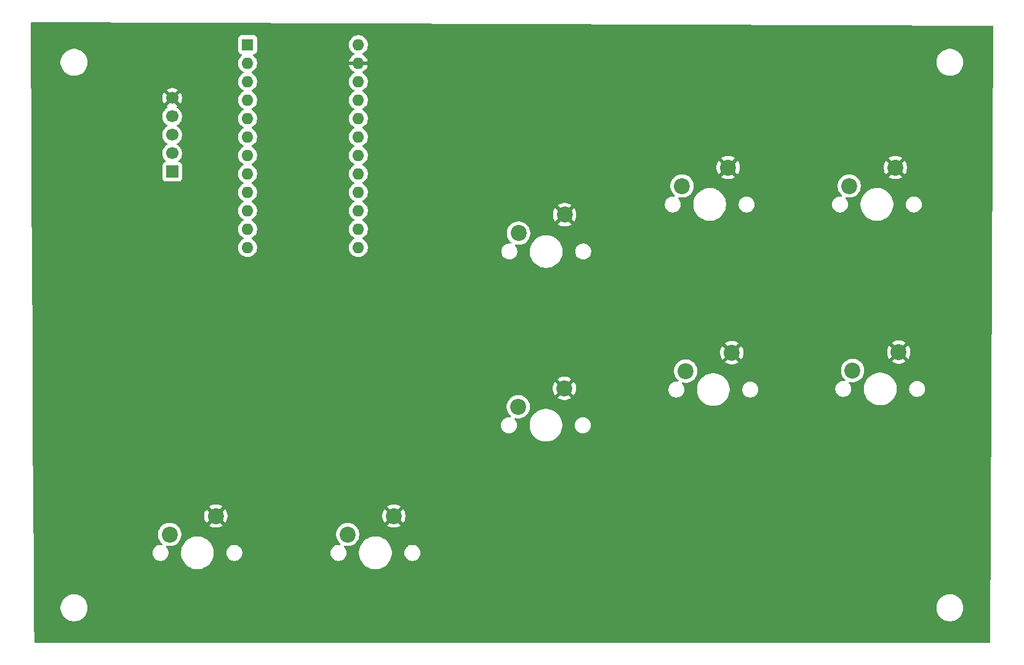
<source format=gbr>
%TF.GenerationSoftware,KiCad,Pcbnew,9.0.5*%
%TF.CreationDate,2025-10-09T15:15:47-05:00*%
%TF.ProjectId,arcade-controller,61726361-6465-42d6-936f-6e74726f6c6c,rev?*%
%TF.SameCoordinates,Original*%
%TF.FileFunction,Copper,L2,Bot*%
%TF.FilePolarity,Positive*%
%FSLAX46Y46*%
G04 Gerber Fmt 4.6, Leading zero omitted, Abs format (unit mm)*
G04 Created by KiCad (PCBNEW 9.0.5) date 2025-10-09 15:15:47*
%MOMM*%
%LPD*%
G01*
G04 APERTURE LIST*
%TA.AperFunction,ComponentPad*%
%ADD10C,2.200000*%
%TD*%
%TA.AperFunction,ComponentPad*%
%ADD11R,1.600000X1.600000*%
%TD*%
%TA.AperFunction,ComponentPad*%
%ADD12O,1.600000X1.600000*%
%TD*%
%TA.AperFunction,ComponentPad*%
%ADD13R,1.700000X1.700000*%
%TD*%
%TA.AperFunction,ComponentPad*%
%ADD14C,1.700000*%
%TD*%
G04 APERTURE END LIST*
D10*
%TO.P,SW1,2,2*%
%TO.N,Net-(U1-D21{slash}A3)*%
X205650000Y-60540000D03*
%TO.P,SW1,1,1*%
%TO.N,GND*%
X212000000Y-58000000D03*
%TD*%
%TO.P,SW2,2,2*%
%TO.N,Net-(U1-D20{slash}A2)*%
X182650000Y-60540000D03*
%TO.P,SW2,1,1*%
%TO.N,GND*%
X189000000Y-58000000D03*
%TD*%
%TO.P,SW3,2,2*%
%TO.N,Net-(U1-D19{slash}A1)*%
X160150000Y-67040000D03*
%TO.P,SW3,1,1*%
%TO.N,GND*%
X166500000Y-64500000D03*
%TD*%
%TO.P,SW4,2,2*%
%TO.N,Net-(U1-D18{slash}A0)*%
X206110000Y-85960000D03*
%TO.P,SW4,1,1*%
%TO.N,GND*%
X212460000Y-83420000D03*
%TD*%
%TO.P,SW5,2,2*%
%TO.N,Net-(U1-D15)*%
X183150000Y-86040000D03*
%TO.P,SW5,1,1*%
%TO.N,GND*%
X189500000Y-83500000D03*
%TD*%
%TO.P,SW6,2,2*%
%TO.N,Net-(U1-D14)*%
X160110000Y-90960000D03*
%TO.P,SW6,1,1*%
%TO.N,GND*%
X166460000Y-88420000D03*
%TD*%
%TO.P,SW7,2,2*%
%TO.N,Net-(U1-D16)*%
X112150000Y-108540000D03*
%TO.P,SW7,1,1*%
%TO.N,GND*%
X118500000Y-106000000D03*
%TD*%
%TO.P,SW8,2,2*%
%TO.N,Net-(U1-~D10{slash}A10)*%
X136650000Y-108540000D03*
%TO.P,SW8,1,1*%
%TO.N,GND*%
X143000000Y-106000000D03*
%TD*%
D11*
%TO.P,U1,1,D1/TX*%
%TO.N,unconnected-(U1-D1{slash}TX-Pad1)*%
X122880000Y-41070000D03*
D12*
%TO.P,U1,2,D0/RX*%
%TO.N,unconnected-(U1-D0{slash}RX-Pad2)*%
X122880000Y-43610000D03*
%TO.P,U1,3,GND*%
%TO.N,unconnected-(U1-GND-Pad3)*%
X122880000Y-46150000D03*
%TO.P,U1,4,GND*%
%TO.N,unconnected-(U1-GND-Pad4)*%
X122880000Y-48690000D03*
%TO.P,U1,5,D2*%
%TO.N,Net-(J1-Pin_4)*%
X122880000Y-51230000D03*
%TO.P,U1,6,~D3*%
%TO.N,Net-(J1-Pin_3)*%
X122880000Y-53770000D03*
%TO.P,U1,7,D4/A6*%
%TO.N,Net-(J1-Pin_2)*%
X122880000Y-56310000D03*
%TO.P,U1,8,~D5*%
%TO.N,Net-(J1-Pin_1)*%
X122880000Y-58850000D03*
%TO.P,U1,9,~D6/A7*%
%TO.N,unconnected-(U1-~D6{slash}A7-Pad9)*%
X122880000Y-61390000D03*
%TO.P,U1,10,D7*%
%TO.N,unconnected-(U1-D7-Pad10)*%
X122880000Y-63930000D03*
%TO.P,U1,11,D8/A8*%
%TO.N,unconnected-(U1-D8{slash}A8-Pad11)*%
X122880000Y-66470000D03*
%TO.P,U1,12,~D9/A9*%
%TO.N,unconnected-(U1-~D9{slash}A9-Pad12)*%
X122880000Y-69010000D03*
%TO.P,U1,13,~D10/A10*%
%TO.N,Net-(U1-~D10{slash}A10)*%
X138120000Y-69010000D03*
%TO.P,U1,14,D16*%
%TO.N,Net-(U1-D16)*%
X138120000Y-66470000D03*
%TO.P,U1,15,D14*%
%TO.N,Net-(U1-D14)*%
X138120000Y-63930000D03*
%TO.P,U1,16,D15*%
%TO.N,Net-(U1-D15)*%
X138120000Y-61390000D03*
%TO.P,U1,17,D18/A0*%
%TO.N,Net-(U1-D18{slash}A0)*%
X138120000Y-58850000D03*
%TO.P,U1,18,D19/A1*%
%TO.N,Net-(U1-D19{slash}A1)*%
X138120000Y-56310000D03*
%TO.P,U1,19,D20/A2*%
%TO.N,Net-(U1-D20{slash}A2)*%
X138120000Y-53770000D03*
%TO.P,U1,20,D21/A3*%
%TO.N,Net-(U1-D21{slash}A3)*%
X138120000Y-51230000D03*
%TO.P,U1,21,VCC*%
%TO.N,unconnected-(U1-VCC-Pad21)*%
X138120000Y-48690000D03*
%TO.P,U1,22,RST*%
%TO.N,unconnected-(U1-RST-Pad22)*%
X138120000Y-46150000D03*
%TO.P,U1,23,GND*%
%TO.N,GND*%
X138120000Y-43610000D03*
%TO.P,U1,24,RAW*%
%TO.N,unconnected-(U1-RAW-Pad24)*%
X138120000Y-41070000D03*
%TD*%
D13*
%TO.P,J1,1,Pin_1*%
%TO.N,Net-(J1-Pin_1)*%
X112500000Y-58580000D03*
D14*
%TO.P,J1,2,Pin_2*%
%TO.N,Net-(J1-Pin_2)*%
X112500000Y-56040000D03*
%TO.P,J1,3,Pin_3*%
%TO.N,Net-(J1-Pin_3)*%
X112500000Y-53500000D03*
%TO.P,J1,4,Pin_4*%
%TO.N,Net-(J1-Pin_4)*%
X112500000Y-50960000D03*
%TO.P,J1,5,Pin_5*%
%TO.N,GND*%
X112500000Y-48420000D03*
%TD*%
%TA.AperFunction,Conductor*%
%TO.N,GND*%
G36*
X225375773Y-38499498D02*
G01*
X225442731Y-38519453D01*
X225488272Y-38572441D01*
X225499269Y-38624226D01*
X225000725Y-123376729D01*
X224980646Y-123443652D01*
X224927574Y-123489095D01*
X224876727Y-123500000D01*
X93637896Y-123500000D01*
X93570857Y-123480315D01*
X93525102Y-123427511D01*
X93513898Y-123376725D01*
X93497078Y-120500500D01*
X93485547Y-118528711D01*
X97149500Y-118528711D01*
X97149500Y-118771288D01*
X97181161Y-119011785D01*
X97243947Y-119246104D01*
X97336773Y-119470205D01*
X97336776Y-119470212D01*
X97458064Y-119680289D01*
X97458066Y-119680292D01*
X97458067Y-119680293D01*
X97605733Y-119872736D01*
X97605739Y-119872743D01*
X97777256Y-120044260D01*
X97777262Y-120044265D01*
X97969711Y-120191936D01*
X98179788Y-120313224D01*
X98403900Y-120406054D01*
X98638211Y-120468838D01*
X98818586Y-120492584D01*
X98878711Y-120500500D01*
X98878712Y-120500500D01*
X99121289Y-120500500D01*
X99169388Y-120494167D01*
X99361789Y-120468838D01*
X99596100Y-120406054D01*
X99820212Y-120313224D01*
X100030289Y-120191936D01*
X100222738Y-120044265D01*
X100394265Y-119872738D01*
X100541936Y-119680289D01*
X100663224Y-119470212D01*
X100756054Y-119246100D01*
X100818838Y-119011789D01*
X100850500Y-118771288D01*
X100850500Y-118528712D01*
X100850500Y-118528711D01*
X217649500Y-118528711D01*
X217649500Y-118771288D01*
X217681161Y-119011785D01*
X217743947Y-119246104D01*
X217836773Y-119470205D01*
X217836776Y-119470212D01*
X217958064Y-119680289D01*
X217958066Y-119680292D01*
X217958067Y-119680293D01*
X218105733Y-119872736D01*
X218105739Y-119872743D01*
X218277256Y-120044260D01*
X218277262Y-120044265D01*
X218469711Y-120191936D01*
X218679788Y-120313224D01*
X218903900Y-120406054D01*
X219138211Y-120468838D01*
X219318586Y-120492584D01*
X219378711Y-120500500D01*
X219378712Y-120500500D01*
X219621289Y-120500500D01*
X219669388Y-120494167D01*
X219861789Y-120468838D01*
X220096100Y-120406054D01*
X220320212Y-120313224D01*
X220530289Y-120191936D01*
X220722738Y-120044265D01*
X220894265Y-119872738D01*
X221041936Y-119680289D01*
X221163224Y-119470212D01*
X221256054Y-119246100D01*
X221318838Y-119011789D01*
X221350500Y-118771288D01*
X221350500Y-118528712D01*
X221318838Y-118288211D01*
X221256054Y-118053900D01*
X221163224Y-117829788D01*
X221041936Y-117619711D01*
X220894265Y-117427262D01*
X220894260Y-117427256D01*
X220722743Y-117255739D01*
X220722736Y-117255733D01*
X220530293Y-117108067D01*
X220530292Y-117108066D01*
X220530289Y-117108064D01*
X220320212Y-116986776D01*
X220320205Y-116986773D01*
X220096104Y-116893947D01*
X219861785Y-116831161D01*
X219621289Y-116799500D01*
X219621288Y-116799500D01*
X219378712Y-116799500D01*
X219378711Y-116799500D01*
X219138214Y-116831161D01*
X218903895Y-116893947D01*
X218679794Y-116986773D01*
X218679785Y-116986777D01*
X218469706Y-117108067D01*
X218277263Y-117255733D01*
X218277256Y-117255739D01*
X218105739Y-117427256D01*
X218105733Y-117427263D01*
X217958067Y-117619706D01*
X217836777Y-117829785D01*
X217836773Y-117829794D01*
X217743947Y-118053895D01*
X217681161Y-118288214D01*
X217649500Y-118528711D01*
X100850500Y-118528711D01*
X100818838Y-118288211D01*
X100756054Y-118053900D01*
X100663224Y-117829788D01*
X100541936Y-117619711D01*
X100394265Y-117427262D01*
X100394260Y-117427256D01*
X100222743Y-117255739D01*
X100222736Y-117255733D01*
X100030293Y-117108067D01*
X100030292Y-117108066D01*
X100030289Y-117108064D01*
X99820212Y-116986776D01*
X99820205Y-116986773D01*
X99596104Y-116893947D01*
X99361785Y-116831161D01*
X99121289Y-116799500D01*
X99121288Y-116799500D01*
X98878712Y-116799500D01*
X98878711Y-116799500D01*
X98638214Y-116831161D01*
X98403895Y-116893947D01*
X98179794Y-116986773D01*
X98179785Y-116986777D01*
X97969706Y-117108067D01*
X97777263Y-117255733D01*
X97777256Y-117255739D01*
X97605739Y-117427256D01*
X97605733Y-117427263D01*
X97458067Y-117619706D01*
X97336777Y-117829785D01*
X97336773Y-117829794D01*
X97243947Y-118053895D01*
X97181161Y-118288214D01*
X97149500Y-118528711D01*
X93485547Y-118528711D01*
X93441481Y-110993389D01*
X109779500Y-110993389D01*
X109779500Y-111166611D01*
X109806598Y-111337701D01*
X109860127Y-111502445D01*
X109938768Y-111656788D01*
X110040586Y-111796928D01*
X110163072Y-111919414D01*
X110303212Y-112021232D01*
X110457555Y-112099873D01*
X110622299Y-112153402D01*
X110793389Y-112180500D01*
X110793390Y-112180500D01*
X110966610Y-112180500D01*
X110966611Y-112180500D01*
X111137701Y-112153402D01*
X111302445Y-112099873D01*
X111456788Y-112021232D01*
X111596928Y-111919414D01*
X111719414Y-111796928D01*
X111821232Y-111656788D01*
X111899873Y-111502445D01*
X111953402Y-111337701D01*
X111980500Y-111166611D01*
X111980500Y-110993389D01*
X111970854Y-110932486D01*
X113709500Y-110932486D01*
X113709500Y-111227513D01*
X113741571Y-111471113D01*
X113748007Y-111519993D01*
X113822212Y-111796930D01*
X113824361Y-111804951D01*
X113824364Y-111804961D01*
X113937254Y-112077500D01*
X113937258Y-112077510D01*
X114084761Y-112332993D01*
X114264352Y-112567040D01*
X114264358Y-112567047D01*
X114472952Y-112775641D01*
X114472959Y-112775647D01*
X114707006Y-112955238D01*
X114962489Y-113102741D01*
X114962490Y-113102741D01*
X114962493Y-113102743D01*
X115235048Y-113215639D01*
X115520007Y-113291993D01*
X115812494Y-113330500D01*
X115812501Y-113330500D01*
X116107499Y-113330500D01*
X116107506Y-113330500D01*
X116399993Y-113291993D01*
X116684952Y-113215639D01*
X116957507Y-113102743D01*
X117212994Y-112955238D01*
X117447042Y-112775646D01*
X117655646Y-112567042D01*
X117835238Y-112332994D01*
X117982743Y-112077507D01*
X118095639Y-111804952D01*
X118171993Y-111519993D01*
X118210500Y-111227506D01*
X118210500Y-110993389D01*
X119939500Y-110993389D01*
X119939500Y-111166611D01*
X119966598Y-111337701D01*
X120020127Y-111502445D01*
X120098768Y-111656788D01*
X120200586Y-111796928D01*
X120323072Y-111919414D01*
X120463212Y-112021232D01*
X120617555Y-112099873D01*
X120782299Y-112153402D01*
X120953389Y-112180500D01*
X120953390Y-112180500D01*
X121126610Y-112180500D01*
X121126611Y-112180500D01*
X121297701Y-112153402D01*
X121462445Y-112099873D01*
X121616788Y-112021232D01*
X121756928Y-111919414D01*
X121879414Y-111796928D01*
X121981232Y-111656788D01*
X122059873Y-111502445D01*
X122113402Y-111337701D01*
X122140500Y-111166611D01*
X122140500Y-110993389D01*
X134279500Y-110993389D01*
X134279500Y-111166611D01*
X134306598Y-111337701D01*
X134360127Y-111502445D01*
X134438768Y-111656788D01*
X134540586Y-111796928D01*
X134663072Y-111919414D01*
X134803212Y-112021232D01*
X134957555Y-112099873D01*
X135122299Y-112153402D01*
X135293389Y-112180500D01*
X135293390Y-112180500D01*
X135466610Y-112180500D01*
X135466611Y-112180500D01*
X135637701Y-112153402D01*
X135802445Y-112099873D01*
X135956788Y-112021232D01*
X136096928Y-111919414D01*
X136219414Y-111796928D01*
X136321232Y-111656788D01*
X136399873Y-111502445D01*
X136453402Y-111337701D01*
X136480500Y-111166611D01*
X136480500Y-110993389D01*
X136470854Y-110932486D01*
X138209500Y-110932486D01*
X138209500Y-111227513D01*
X138241571Y-111471113D01*
X138248007Y-111519993D01*
X138322212Y-111796930D01*
X138324361Y-111804951D01*
X138324364Y-111804961D01*
X138437254Y-112077500D01*
X138437258Y-112077510D01*
X138584761Y-112332993D01*
X138764352Y-112567040D01*
X138764358Y-112567047D01*
X138972952Y-112775641D01*
X138972959Y-112775647D01*
X139207006Y-112955238D01*
X139462489Y-113102741D01*
X139462490Y-113102741D01*
X139462493Y-113102743D01*
X139735048Y-113215639D01*
X140020007Y-113291993D01*
X140312494Y-113330500D01*
X140312501Y-113330500D01*
X140607499Y-113330500D01*
X140607506Y-113330500D01*
X140899993Y-113291993D01*
X141184952Y-113215639D01*
X141457507Y-113102743D01*
X141712994Y-112955238D01*
X141947042Y-112775646D01*
X142155646Y-112567042D01*
X142335238Y-112332994D01*
X142482743Y-112077507D01*
X142595639Y-111804952D01*
X142671993Y-111519993D01*
X142710500Y-111227506D01*
X142710500Y-110993389D01*
X144439500Y-110993389D01*
X144439500Y-111166611D01*
X144466598Y-111337701D01*
X144520127Y-111502445D01*
X144598768Y-111656788D01*
X144700586Y-111796928D01*
X144823072Y-111919414D01*
X144963212Y-112021232D01*
X145117555Y-112099873D01*
X145282299Y-112153402D01*
X145453389Y-112180500D01*
X145453390Y-112180500D01*
X145626610Y-112180500D01*
X145626611Y-112180500D01*
X145797701Y-112153402D01*
X145962445Y-112099873D01*
X146116788Y-112021232D01*
X146256928Y-111919414D01*
X146379414Y-111796928D01*
X146481232Y-111656788D01*
X146559873Y-111502445D01*
X146613402Y-111337701D01*
X146640500Y-111166611D01*
X146640500Y-110993389D01*
X146613402Y-110822299D01*
X146559873Y-110657555D01*
X146481232Y-110503212D01*
X146379414Y-110363072D01*
X146256928Y-110240586D01*
X146116788Y-110138768D01*
X145962445Y-110060127D01*
X145797701Y-110006598D01*
X145797699Y-110006597D01*
X145797698Y-110006597D01*
X145666271Y-109985781D01*
X145626611Y-109979500D01*
X145453389Y-109979500D01*
X145413728Y-109985781D01*
X145282302Y-110006597D01*
X145117552Y-110060128D01*
X144963211Y-110138768D01*
X144906289Y-110180125D01*
X144823072Y-110240586D01*
X144823070Y-110240588D01*
X144823069Y-110240588D01*
X144700588Y-110363069D01*
X144700588Y-110363070D01*
X144700586Y-110363072D01*
X144656859Y-110423256D01*
X144598768Y-110503211D01*
X144520128Y-110657552D01*
X144466597Y-110822302D01*
X144439500Y-110993389D01*
X142710500Y-110993389D01*
X142710500Y-110932494D01*
X142671993Y-110640007D01*
X142595639Y-110355048D01*
X142482743Y-110082493D01*
X142427309Y-109986479D01*
X142335238Y-109827006D01*
X142155647Y-109592959D01*
X142155641Y-109592952D01*
X141947047Y-109384358D01*
X141947040Y-109384352D01*
X141712993Y-109204761D01*
X141457510Y-109057258D01*
X141457500Y-109057254D01*
X141184961Y-108944364D01*
X141184954Y-108944362D01*
X141184952Y-108944361D01*
X140899993Y-108868007D01*
X140851113Y-108861571D01*
X140607513Y-108829500D01*
X140607506Y-108829500D01*
X140312494Y-108829500D01*
X140312486Y-108829500D01*
X140034085Y-108866153D01*
X140020007Y-108868007D01*
X139845428Y-108914785D01*
X139735048Y-108944361D01*
X139735038Y-108944364D01*
X139462499Y-109057254D01*
X139462489Y-109057258D01*
X139207006Y-109204761D01*
X138972959Y-109384352D01*
X138972952Y-109384358D01*
X138764358Y-109592952D01*
X138764352Y-109592959D01*
X138584761Y-109827006D01*
X138437258Y-110082489D01*
X138437254Y-110082499D01*
X138324364Y-110355038D01*
X138324361Y-110355048D01*
X138248008Y-110640004D01*
X138248006Y-110640015D01*
X138209500Y-110932486D01*
X136470854Y-110932486D01*
X136453402Y-110822299D01*
X136399873Y-110657555D01*
X136321232Y-110503212D01*
X136219414Y-110363072D01*
X136167482Y-110311140D01*
X136133997Y-110249817D01*
X136138981Y-110180125D01*
X136180853Y-110124192D01*
X136246317Y-110099775D01*
X136274561Y-110100986D01*
X136275212Y-110101089D01*
X136275215Y-110101090D01*
X136524038Y-110140500D01*
X136524039Y-110140500D01*
X136775961Y-110140500D01*
X136775962Y-110140500D01*
X137024785Y-110101090D01*
X137264379Y-110023241D01*
X137488845Y-109908870D01*
X137692656Y-109760793D01*
X137870793Y-109582656D01*
X138018870Y-109378845D01*
X138133241Y-109154379D01*
X138211090Y-108914785D01*
X138250500Y-108665962D01*
X138250500Y-108414038D01*
X138211090Y-108165215D01*
X138133241Y-107925621D01*
X138133239Y-107925618D01*
X138133239Y-107925616D01*
X138091747Y-107844184D01*
X138018870Y-107701155D01*
X137916753Y-107560602D01*
X137870798Y-107497350D01*
X137870794Y-107497345D01*
X137692654Y-107319205D01*
X137692649Y-107319201D01*
X137488848Y-107171132D01*
X137488847Y-107171131D01*
X137488845Y-107171130D01*
X137418747Y-107135413D01*
X137264383Y-107056760D01*
X137024785Y-106978910D01*
X136775962Y-106939500D01*
X136524038Y-106939500D01*
X136399626Y-106959205D01*
X136275214Y-106978910D01*
X136035616Y-107056760D01*
X135811151Y-107171132D01*
X135607350Y-107319201D01*
X135607345Y-107319205D01*
X135429205Y-107497345D01*
X135429201Y-107497350D01*
X135281132Y-107701151D01*
X135166760Y-107925616D01*
X135088910Y-108165214D01*
X135049500Y-108414038D01*
X135049500Y-108665961D01*
X135088910Y-108914785D01*
X135166760Y-109154383D01*
X135281132Y-109378848D01*
X135429201Y-109582649D01*
X135429205Y-109582654D01*
X135429207Y-109582656D01*
X135607344Y-109760793D01*
X135607345Y-109760794D01*
X135607344Y-109760794D01*
X135613661Y-109765383D01*
X135656327Y-109820714D01*
X135662305Y-109890327D01*
X135629699Y-109952122D01*
X135568860Y-109986479D01*
X135521378Y-109988174D01*
X135466611Y-109979500D01*
X135293389Y-109979500D01*
X135253728Y-109985781D01*
X135122302Y-110006597D01*
X134957552Y-110060128D01*
X134803211Y-110138768D01*
X134746289Y-110180125D01*
X134663072Y-110240586D01*
X134663070Y-110240588D01*
X134663069Y-110240588D01*
X134540588Y-110363069D01*
X134540588Y-110363070D01*
X134540586Y-110363072D01*
X134496859Y-110423256D01*
X134438768Y-110503211D01*
X134360128Y-110657552D01*
X134306597Y-110822302D01*
X134279500Y-110993389D01*
X122140500Y-110993389D01*
X122113402Y-110822299D01*
X122059873Y-110657555D01*
X121981232Y-110503212D01*
X121879414Y-110363072D01*
X121756928Y-110240586D01*
X121616788Y-110138768D01*
X121462445Y-110060127D01*
X121297701Y-110006598D01*
X121297699Y-110006597D01*
X121297698Y-110006597D01*
X121166271Y-109985781D01*
X121126611Y-109979500D01*
X120953389Y-109979500D01*
X120913728Y-109985781D01*
X120782302Y-110006597D01*
X120617552Y-110060128D01*
X120463211Y-110138768D01*
X120406289Y-110180125D01*
X120323072Y-110240586D01*
X120323070Y-110240588D01*
X120323069Y-110240588D01*
X120200588Y-110363069D01*
X120200588Y-110363070D01*
X120200586Y-110363072D01*
X120156859Y-110423256D01*
X120098768Y-110503211D01*
X120020128Y-110657552D01*
X119966597Y-110822302D01*
X119939500Y-110993389D01*
X118210500Y-110993389D01*
X118210500Y-110932494D01*
X118171993Y-110640007D01*
X118095639Y-110355048D01*
X117982743Y-110082493D01*
X117927309Y-109986479D01*
X117835238Y-109827006D01*
X117655647Y-109592959D01*
X117655641Y-109592952D01*
X117447047Y-109384358D01*
X117447040Y-109384352D01*
X117212993Y-109204761D01*
X116957510Y-109057258D01*
X116957500Y-109057254D01*
X116684961Y-108944364D01*
X116684954Y-108944362D01*
X116684952Y-108944361D01*
X116399993Y-108868007D01*
X116351113Y-108861571D01*
X116107513Y-108829500D01*
X116107506Y-108829500D01*
X115812494Y-108829500D01*
X115812486Y-108829500D01*
X115534085Y-108866153D01*
X115520007Y-108868007D01*
X115345428Y-108914785D01*
X115235048Y-108944361D01*
X115235038Y-108944364D01*
X114962499Y-109057254D01*
X114962489Y-109057258D01*
X114707006Y-109204761D01*
X114472959Y-109384352D01*
X114472952Y-109384358D01*
X114264358Y-109592952D01*
X114264352Y-109592959D01*
X114084761Y-109827006D01*
X113937258Y-110082489D01*
X113937254Y-110082499D01*
X113824364Y-110355038D01*
X113824361Y-110355048D01*
X113748008Y-110640004D01*
X113748006Y-110640015D01*
X113709500Y-110932486D01*
X111970854Y-110932486D01*
X111953402Y-110822299D01*
X111899873Y-110657555D01*
X111821232Y-110503212D01*
X111719414Y-110363072D01*
X111667482Y-110311140D01*
X111633997Y-110249817D01*
X111638981Y-110180125D01*
X111680853Y-110124192D01*
X111746317Y-110099775D01*
X111774561Y-110100986D01*
X111775212Y-110101089D01*
X111775215Y-110101090D01*
X112024038Y-110140500D01*
X112024039Y-110140500D01*
X112275961Y-110140500D01*
X112275962Y-110140500D01*
X112524785Y-110101090D01*
X112764379Y-110023241D01*
X112988845Y-109908870D01*
X113192656Y-109760793D01*
X113370793Y-109582656D01*
X113518870Y-109378845D01*
X113633241Y-109154379D01*
X113711090Y-108914785D01*
X113750500Y-108665962D01*
X113750500Y-108414038D01*
X113711090Y-108165215D01*
X113633241Y-107925621D01*
X113633239Y-107925618D01*
X113633239Y-107925616D01*
X113591747Y-107844184D01*
X113518870Y-107701155D01*
X113416753Y-107560602D01*
X113370798Y-107497350D01*
X113370794Y-107497345D01*
X113192654Y-107319205D01*
X113192649Y-107319201D01*
X112988848Y-107171132D01*
X112988847Y-107171131D01*
X112988845Y-107171130D01*
X112918747Y-107135413D01*
X112764383Y-107056760D01*
X112524785Y-106978910D01*
X112275962Y-106939500D01*
X112024038Y-106939500D01*
X111899626Y-106959205D01*
X111775214Y-106978910D01*
X111535616Y-107056760D01*
X111311151Y-107171132D01*
X111107350Y-107319201D01*
X111107345Y-107319205D01*
X110929205Y-107497345D01*
X110929201Y-107497350D01*
X110781132Y-107701151D01*
X110666760Y-107925616D01*
X110588910Y-108165214D01*
X110549500Y-108414038D01*
X110549500Y-108665961D01*
X110588910Y-108914785D01*
X110666760Y-109154383D01*
X110781132Y-109378848D01*
X110929201Y-109582649D01*
X110929205Y-109582654D01*
X110929207Y-109582656D01*
X111107344Y-109760793D01*
X111107345Y-109760794D01*
X111107344Y-109760794D01*
X111113661Y-109765383D01*
X111156327Y-109820714D01*
X111162305Y-109890327D01*
X111129699Y-109952122D01*
X111068860Y-109986479D01*
X111021378Y-109988174D01*
X110966611Y-109979500D01*
X110793389Y-109979500D01*
X110753728Y-109985781D01*
X110622302Y-110006597D01*
X110457552Y-110060128D01*
X110303211Y-110138768D01*
X110246289Y-110180125D01*
X110163072Y-110240586D01*
X110163070Y-110240588D01*
X110163069Y-110240588D01*
X110040588Y-110363069D01*
X110040588Y-110363070D01*
X110040586Y-110363072D01*
X109996859Y-110423256D01*
X109938768Y-110503211D01*
X109860128Y-110657552D01*
X109806597Y-110822302D01*
X109779500Y-110993389D01*
X93441481Y-110993389D01*
X93411543Y-105874071D01*
X116900000Y-105874071D01*
X116900000Y-106125928D01*
X116939397Y-106374669D01*
X117017219Y-106614184D01*
X117131557Y-106838583D01*
X117205748Y-106940697D01*
X117205748Y-106940698D01*
X117822421Y-106324024D01*
X117835359Y-106355258D01*
X117917437Y-106478097D01*
X118021903Y-106582563D01*
X118144742Y-106664641D01*
X118175974Y-106677577D01*
X117559300Y-107294250D01*
X117661416Y-107368442D01*
X117885815Y-107482780D01*
X118125330Y-107560602D01*
X118374072Y-107600000D01*
X118625928Y-107600000D01*
X118874669Y-107560602D01*
X119114184Y-107482780D01*
X119338575Y-107368446D01*
X119338581Y-107368442D01*
X119440697Y-107294250D01*
X119440698Y-107294250D01*
X118824025Y-106677578D01*
X118855258Y-106664641D01*
X118978097Y-106582563D01*
X119082563Y-106478097D01*
X119164641Y-106355258D01*
X119177577Y-106324025D01*
X119794250Y-106940698D01*
X119794250Y-106940697D01*
X119868442Y-106838581D01*
X119868446Y-106838575D01*
X119982780Y-106614184D01*
X120060602Y-106374669D01*
X120100000Y-106125928D01*
X120100000Y-105874071D01*
X141400000Y-105874071D01*
X141400000Y-106125928D01*
X141439397Y-106374669D01*
X141517219Y-106614184D01*
X141631557Y-106838583D01*
X141705748Y-106940697D01*
X141705748Y-106940698D01*
X142322421Y-106324024D01*
X142335359Y-106355258D01*
X142417437Y-106478097D01*
X142521903Y-106582563D01*
X142644742Y-106664641D01*
X142675974Y-106677577D01*
X142059300Y-107294250D01*
X142161416Y-107368442D01*
X142385815Y-107482780D01*
X142625330Y-107560602D01*
X142874072Y-107600000D01*
X143125928Y-107600000D01*
X143374669Y-107560602D01*
X143614184Y-107482780D01*
X143838575Y-107368446D01*
X143838581Y-107368442D01*
X143940697Y-107294250D01*
X143940698Y-107294250D01*
X143324025Y-106677578D01*
X143355258Y-106664641D01*
X143478097Y-106582563D01*
X143582563Y-106478097D01*
X143664641Y-106355258D01*
X143677578Y-106324025D01*
X144294250Y-106940698D01*
X144294250Y-106940697D01*
X144368442Y-106838581D01*
X144368446Y-106838575D01*
X144482780Y-106614184D01*
X144560602Y-106374669D01*
X144600000Y-106125928D01*
X144600000Y-105874071D01*
X144560602Y-105625330D01*
X144482780Y-105385815D01*
X144368442Y-105161416D01*
X144294250Y-105059301D01*
X144294250Y-105059300D01*
X143677577Y-105675973D01*
X143664641Y-105644742D01*
X143582563Y-105521903D01*
X143478097Y-105417437D01*
X143355258Y-105335359D01*
X143324024Y-105322421D01*
X143940698Y-104705748D01*
X143838583Y-104631557D01*
X143614184Y-104517219D01*
X143374669Y-104439397D01*
X143125928Y-104400000D01*
X142874072Y-104400000D01*
X142625330Y-104439397D01*
X142385815Y-104517219D01*
X142161413Y-104631559D01*
X142059301Y-104705747D01*
X142059300Y-104705748D01*
X142675974Y-105322421D01*
X142644742Y-105335359D01*
X142521903Y-105417437D01*
X142417437Y-105521903D01*
X142335359Y-105644742D01*
X142322421Y-105675974D01*
X141705748Y-105059300D01*
X141705747Y-105059301D01*
X141631559Y-105161413D01*
X141517219Y-105385815D01*
X141439397Y-105625330D01*
X141400000Y-105874071D01*
X120100000Y-105874071D01*
X120060602Y-105625330D01*
X119982780Y-105385815D01*
X119868442Y-105161416D01*
X119794250Y-105059301D01*
X119794250Y-105059300D01*
X119177577Y-105675973D01*
X119164641Y-105644742D01*
X119082563Y-105521903D01*
X118978097Y-105417437D01*
X118855258Y-105335359D01*
X118824024Y-105322421D01*
X119440698Y-104705748D01*
X119338583Y-104631557D01*
X119114184Y-104517219D01*
X118874669Y-104439397D01*
X118625928Y-104400000D01*
X118374072Y-104400000D01*
X118125330Y-104439397D01*
X117885815Y-104517219D01*
X117661413Y-104631559D01*
X117559301Y-104705747D01*
X117559300Y-104705748D01*
X118175974Y-105322421D01*
X118144742Y-105335359D01*
X118021903Y-105417437D01*
X117917437Y-105521903D01*
X117835359Y-105644742D01*
X117822421Y-105675974D01*
X117205748Y-105059300D01*
X117205747Y-105059301D01*
X117131559Y-105161413D01*
X117017219Y-105385815D01*
X116939397Y-105625330D01*
X116900000Y-105874071D01*
X93411543Y-105874071D01*
X93404711Y-104705747D01*
X93338674Y-93413389D01*
X157739500Y-93413389D01*
X157739500Y-93586611D01*
X157766598Y-93757701D01*
X157820127Y-93922445D01*
X157898768Y-94076788D01*
X158000586Y-94216928D01*
X158123072Y-94339414D01*
X158263212Y-94441232D01*
X158417555Y-94519873D01*
X158582299Y-94573402D01*
X158753389Y-94600500D01*
X158753390Y-94600500D01*
X158926610Y-94600500D01*
X158926611Y-94600500D01*
X159097701Y-94573402D01*
X159262445Y-94519873D01*
X159416788Y-94441232D01*
X159556928Y-94339414D01*
X159679414Y-94216928D01*
X159781232Y-94076788D01*
X159859873Y-93922445D01*
X159913402Y-93757701D01*
X159940500Y-93586611D01*
X159940500Y-93413389D01*
X159930854Y-93352486D01*
X161669500Y-93352486D01*
X161669500Y-93647513D01*
X161701571Y-93891113D01*
X161708007Y-93939993D01*
X161782212Y-94216930D01*
X161784361Y-94224951D01*
X161784364Y-94224961D01*
X161897254Y-94497500D01*
X161897258Y-94497510D01*
X162044761Y-94752993D01*
X162224352Y-94987040D01*
X162224358Y-94987047D01*
X162432952Y-95195641D01*
X162432959Y-95195647D01*
X162667006Y-95375238D01*
X162922489Y-95522741D01*
X162922490Y-95522741D01*
X162922493Y-95522743D01*
X163195048Y-95635639D01*
X163480007Y-95711993D01*
X163772494Y-95750500D01*
X163772501Y-95750500D01*
X164067499Y-95750500D01*
X164067506Y-95750500D01*
X164359993Y-95711993D01*
X164644952Y-95635639D01*
X164917507Y-95522743D01*
X165172994Y-95375238D01*
X165407042Y-95195646D01*
X165615646Y-94987042D01*
X165795238Y-94752994D01*
X165942743Y-94497507D01*
X166055639Y-94224952D01*
X166131993Y-93939993D01*
X166170500Y-93647506D01*
X166170500Y-93413389D01*
X167899500Y-93413389D01*
X167899500Y-93586611D01*
X167926598Y-93757701D01*
X167980127Y-93922445D01*
X168058768Y-94076788D01*
X168160586Y-94216928D01*
X168283072Y-94339414D01*
X168423212Y-94441232D01*
X168577555Y-94519873D01*
X168742299Y-94573402D01*
X168913389Y-94600500D01*
X168913390Y-94600500D01*
X169086610Y-94600500D01*
X169086611Y-94600500D01*
X169257701Y-94573402D01*
X169422445Y-94519873D01*
X169576788Y-94441232D01*
X169716928Y-94339414D01*
X169839414Y-94216928D01*
X169941232Y-94076788D01*
X170019873Y-93922445D01*
X170073402Y-93757701D01*
X170100500Y-93586611D01*
X170100500Y-93413389D01*
X170073402Y-93242299D01*
X170019873Y-93077555D01*
X169941232Y-92923212D01*
X169839414Y-92783072D01*
X169716928Y-92660586D01*
X169576788Y-92558768D01*
X169422445Y-92480127D01*
X169257701Y-92426598D01*
X169257699Y-92426597D01*
X169257698Y-92426597D01*
X169126271Y-92405781D01*
X169086611Y-92399500D01*
X168913389Y-92399500D01*
X168873728Y-92405781D01*
X168742302Y-92426597D01*
X168577552Y-92480128D01*
X168423211Y-92558768D01*
X168366289Y-92600125D01*
X168283072Y-92660586D01*
X168283070Y-92660588D01*
X168283069Y-92660588D01*
X168160588Y-92783069D01*
X168160588Y-92783070D01*
X168160586Y-92783072D01*
X168116859Y-92843256D01*
X168058768Y-92923211D01*
X167980128Y-93077552D01*
X167926597Y-93242302D01*
X167900157Y-93409242D01*
X167899500Y-93413389D01*
X166170500Y-93413389D01*
X166170500Y-93352494D01*
X166131993Y-93060007D01*
X166055639Y-92775048D01*
X165942743Y-92502493D01*
X165887309Y-92406479D01*
X165795238Y-92247006D01*
X165615647Y-92012959D01*
X165615641Y-92012952D01*
X165407047Y-91804358D01*
X165407040Y-91804352D01*
X165172993Y-91624761D01*
X164917510Y-91477258D01*
X164917500Y-91477254D01*
X164644961Y-91364364D01*
X164644954Y-91364362D01*
X164644952Y-91364361D01*
X164359993Y-91288007D01*
X164311113Y-91281571D01*
X164067513Y-91249500D01*
X164067506Y-91249500D01*
X163772494Y-91249500D01*
X163772486Y-91249500D01*
X163494085Y-91286153D01*
X163480007Y-91288007D01*
X163305428Y-91334785D01*
X163195048Y-91364361D01*
X163195038Y-91364364D01*
X162922499Y-91477254D01*
X162922489Y-91477258D01*
X162667006Y-91624761D01*
X162432959Y-91804352D01*
X162432952Y-91804358D01*
X162224358Y-92012952D01*
X162224352Y-92012959D01*
X162044761Y-92247006D01*
X161897258Y-92502489D01*
X161897254Y-92502499D01*
X161784364Y-92775038D01*
X161784361Y-92775048D01*
X161708008Y-93060004D01*
X161708006Y-93060015D01*
X161669500Y-93352486D01*
X159930854Y-93352486D01*
X159913402Y-93242299D01*
X159859873Y-93077555D01*
X159781232Y-92923212D01*
X159679414Y-92783072D01*
X159627482Y-92731140D01*
X159593997Y-92669817D01*
X159598981Y-92600125D01*
X159640853Y-92544192D01*
X159706317Y-92519775D01*
X159734561Y-92520986D01*
X159735212Y-92521089D01*
X159735215Y-92521090D01*
X159984038Y-92560500D01*
X159984039Y-92560500D01*
X160235961Y-92560500D01*
X160235962Y-92560500D01*
X160484785Y-92521090D01*
X160724379Y-92443241D01*
X160948845Y-92328870D01*
X161152656Y-92180793D01*
X161330793Y-92002656D01*
X161478870Y-91798845D01*
X161593241Y-91574379D01*
X161671090Y-91334785D01*
X161710500Y-91085962D01*
X161710500Y-90834038D01*
X161671090Y-90585215D01*
X161593241Y-90345621D01*
X161593239Y-90345618D01*
X161593239Y-90345616D01*
X161551747Y-90264184D01*
X161478870Y-90121155D01*
X161381435Y-89987047D01*
X161330798Y-89917350D01*
X161330794Y-89917345D01*
X161152654Y-89739205D01*
X161152649Y-89739201D01*
X160948848Y-89591132D01*
X160948847Y-89591131D01*
X160948845Y-89591130D01*
X160878747Y-89555413D01*
X160724383Y-89476760D01*
X160484785Y-89398910D01*
X160235962Y-89359500D01*
X159984038Y-89359500D01*
X159859626Y-89379205D01*
X159735214Y-89398910D01*
X159495616Y-89476760D01*
X159271151Y-89591132D01*
X159067350Y-89739201D01*
X159067345Y-89739205D01*
X158889205Y-89917345D01*
X158889201Y-89917350D01*
X158741132Y-90121151D01*
X158626760Y-90345616D01*
X158548910Y-90585214D01*
X158509500Y-90834038D01*
X158509500Y-91085961D01*
X158548910Y-91334785D01*
X158626760Y-91574383D01*
X158741132Y-91798848D01*
X158889201Y-92002649D01*
X158889205Y-92002654D01*
X158889207Y-92002656D01*
X159067344Y-92180793D01*
X159067345Y-92180794D01*
X159067344Y-92180794D01*
X159073661Y-92185383D01*
X159116327Y-92240714D01*
X159122305Y-92310327D01*
X159089699Y-92372122D01*
X159028860Y-92406479D01*
X158981378Y-92408174D01*
X158926611Y-92399500D01*
X158753389Y-92399500D01*
X158713728Y-92405781D01*
X158582302Y-92426597D01*
X158417552Y-92480128D01*
X158263211Y-92558768D01*
X158206289Y-92600125D01*
X158123072Y-92660586D01*
X158123070Y-92660588D01*
X158123069Y-92660588D01*
X158000588Y-92783069D01*
X158000588Y-92783070D01*
X158000586Y-92783072D01*
X157956859Y-92843256D01*
X157898768Y-92923211D01*
X157820128Y-93077552D01*
X157766597Y-93242302D01*
X157740157Y-93409242D01*
X157739500Y-93413389D01*
X93338674Y-93413389D01*
X93338650Y-93409242D01*
X93308736Y-88294071D01*
X164860000Y-88294071D01*
X164860000Y-88545928D01*
X164899397Y-88794669D01*
X164977219Y-89034184D01*
X165091557Y-89258583D01*
X165165748Y-89360697D01*
X165165748Y-89360698D01*
X165782421Y-88744024D01*
X165795359Y-88775258D01*
X165877437Y-88898097D01*
X165981903Y-89002563D01*
X166104742Y-89084641D01*
X166135974Y-89097577D01*
X165519300Y-89714250D01*
X165621416Y-89788442D01*
X165845815Y-89902780D01*
X166085330Y-89980602D01*
X166334072Y-90020000D01*
X166585928Y-90020000D01*
X166834669Y-89980602D01*
X167074184Y-89902780D01*
X167298575Y-89788446D01*
X167298581Y-89788442D01*
X167400697Y-89714250D01*
X167400698Y-89714250D01*
X166784025Y-89097578D01*
X166815258Y-89084641D01*
X166938097Y-89002563D01*
X167042563Y-88898097D01*
X167124641Y-88775258D01*
X167137577Y-88744025D01*
X167754250Y-89360698D01*
X167754250Y-89360697D01*
X167828442Y-89258581D01*
X167828446Y-89258575D01*
X167942780Y-89034184D01*
X168020602Y-88794669D01*
X168060000Y-88545928D01*
X168060000Y-88493389D01*
X180779500Y-88493389D01*
X180779500Y-88666610D01*
X180793926Y-88757697D01*
X180806598Y-88837701D01*
X180860127Y-89002445D01*
X180938768Y-89156788D01*
X181040586Y-89296928D01*
X181163072Y-89419414D01*
X181303212Y-89521232D01*
X181457555Y-89599873D01*
X181622299Y-89653402D01*
X181793389Y-89680500D01*
X181793390Y-89680500D01*
X181966610Y-89680500D01*
X181966611Y-89680500D01*
X182137701Y-89653402D01*
X182302445Y-89599873D01*
X182456788Y-89521232D01*
X182596928Y-89419414D01*
X182719414Y-89296928D01*
X182821232Y-89156788D01*
X182899873Y-89002445D01*
X182953402Y-88837701D01*
X182980500Y-88666611D01*
X182980500Y-88493389D01*
X182970854Y-88432486D01*
X184709500Y-88432486D01*
X184709500Y-88727513D01*
X184737475Y-88939993D01*
X184748007Y-89019993D01*
X184822212Y-89296930D01*
X184824361Y-89304951D01*
X184824364Y-89304961D01*
X184937254Y-89577500D01*
X184937258Y-89577510D01*
X185084761Y-89832993D01*
X185264352Y-90067040D01*
X185264358Y-90067047D01*
X185472952Y-90275641D01*
X185472959Y-90275647D01*
X185707006Y-90455238D01*
X185962489Y-90602741D01*
X185962490Y-90602741D01*
X185962493Y-90602743D01*
X186173296Y-90690060D01*
X186226245Y-90711993D01*
X186235048Y-90715639D01*
X186520007Y-90791993D01*
X186812494Y-90830500D01*
X186812501Y-90830500D01*
X187107499Y-90830500D01*
X187107506Y-90830500D01*
X187399993Y-90791993D01*
X187684952Y-90715639D01*
X187957507Y-90602743D01*
X188212994Y-90455238D01*
X188447042Y-90275646D01*
X188655646Y-90067042D01*
X188835238Y-89832994D01*
X188982743Y-89577507D01*
X189095639Y-89304952D01*
X189171993Y-89019993D01*
X189210500Y-88727506D01*
X189210500Y-88493389D01*
X190939500Y-88493389D01*
X190939500Y-88666610D01*
X190953926Y-88757697D01*
X190966598Y-88837701D01*
X191020127Y-89002445D01*
X191098768Y-89156788D01*
X191200586Y-89296928D01*
X191323072Y-89419414D01*
X191463212Y-89521232D01*
X191617555Y-89599873D01*
X191782299Y-89653402D01*
X191953389Y-89680500D01*
X191953390Y-89680500D01*
X192126610Y-89680500D01*
X192126611Y-89680500D01*
X192297701Y-89653402D01*
X192462445Y-89599873D01*
X192616788Y-89521232D01*
X192756928Y-89419414D01*
X192879414Y-89296928D01*
X192981232Y-89156788D01*
X193059873Y-89002445D01*
X193113402Y-88837701D01*
X193140500Y-88666611D01*
X193140500Y-88493389D01*
X193130130Y-88427915D01*
X193127829Y-88413389D01*
X203739500Y-88413389D01*
X203739500Y-88586610D01*
X203761816Y-88727513D01*
X203766598Y-88757701D01*
X203820127Y-88922445D01*
X203898768Y-89076788D01*
X204000586Y-89216928D01*
X204123072Y-89339414D01*
X204263212Y-89441232D01*
X204417555Y-89519873D01*
X204582299Y-89573402D01*
X204753389Y-89600500D01*
X204753390Y-89600500D01*
X204926610Y-89600500D01*
X204926611Y-89600500D01*
X205097701Y-89573402D01*
X205262445Y-89519873D01*
X205416788Y-89441232D01*
X205556928Y-89339414D01*
X205679414Y-89216928D01*
X205781232Y-89076788D01*
X205859873Y-88922445D01*
X205913402Y-88757701D01*
X205940500Y-88586611D01*
X205940500Y-88413389D01*
X205930854Y-88352486D01*
X207669500Y-88352486D01*
X207669500Y-88647513D01*
X207694539Y-88837697D01*
X207708007Y-88939993D01*
X207782212Y-89216930D01*
X207784361Y-89224951D01*
X207784364Y-89224961D01*
X207897254Y-89497500D01*
X207897258Y-89497510D01*
X208044761Y-89752993D01*
X208224352Y-89987040D01*
X208224358Y-89987047D01*
X208432952Y-90195641D01*
X208432959Y-90195647D01*
X208667006Y-90375238D01*
X208922489Y-90522741D01*
X208922490Y-90522741D01*
X208922493Y-90522743D01*
X209195048Y-90635639D01*
X209480007Y-90711993D01*
X209772494Y-90750500D01*
X209772501Y-90750500D01*
X210067499Y-90750500D01*
X210067506Y-90750500D01*
X210359993Y-90711993D01*
X210644952Y-90635639D01*
X210917507Y-90522743D01*
X211172994Y-90375238D01*
X211407042Y-90195646D01*
X211615646Y-89987042D01*
X211795238Y-89752994D01*
X211942743Y-89497507D01*
X212055639Y-89224952D01*
X212131993Y-88939993D01*
X212170500Y-88647506D01*
X212170500Y-88413389D01*
X213899500Y-88413389D01*
X213899500Y-88586610D01*
X213921816Y-88727513D01*
X213926598Y-88757701D01*
X213980127Y-88922445D01*
X214058768Y-89076788D01*
X214160586Y-89216928D01*
X214283072Y-89339414D01*
X214423212Y-89441232D01*
X214577555Y-89519873D01*
X214742299Y-89573402D01*
X214913389Y-89600500D01*
X214913390Y-89600500D01*
X215086610Y-89600500D01*
X215086611Y-89600500D01*
X215257701Y-89573402D01*
X215422445Y-89519873D01*
X215576788Y-89441232D01*
X215716928Y-89339414D01*
X215839414Y-89216928D01*
X215941232Y-89076788D01*
X216019873Y-88922445D01*
X216073402Y-88757701D01*
X216100500Y-88586611D01*
X216100500Y-88413389D01*
X216073402Y-88242299D01*
X216019873Y-88077555D01*
X215941232Y-87923212D01*
X215839414Y-87783072D01*
X215716928Y-87660586D01*
X215576788Y-87558768D01*
X215422445Y-87480127D01*
X215257701Y-87426598D01*
X215257699Y-87426597D01*
X215257698Y-87426597D01*
X215126271Y-87405781D01*
X215086611Y-87399500D01*
X214913389Y-87399500D01*
X214873728Y-87405781D01*
X214742302Y-87426597D01*
X214577552Y-87480128D01*
X214423211Y-87558768D01*
X214390557Y-87582493D01*
X214283072Y-87660586D01*
X214283070Y-87660588D01*
X214283069Y-87660588D01*
X214160588Y-87783069D01*
X214160588Y-87783070D01*
X214160586Y-87783072D01*
X214121087Y-87837437D01*
X214058768Y-87923211D01*
X213980128Y-88077552D01*
X213926597Y-88242302D01*
X213899500Y-88413389D01*
X212170500Y-88413389D01*
X212170500Y-88352494D01*
X212131993Y-88060007D01*
X212055639Y-87775048D01*
X211942743Y-87502493D01*
X211933497Y-87486479D01*
X211795238Y-87247006D01*
X211615647Y-87012959D01*
X211615641Y-87012952D01*
X211407047Y-86804358D01*
X211407040Y-86804352D01*
X211172993Y-86624761D01*
X210917510Y-86477258D01*
X210917500Y-86477254D01*
X210644961Y-86364364D01*
X210644954Y-86364362D01*
X210644952Y-86364361D01*
X210359993Y-86288007D01*
X210311113Y-86281571D01*
X210067513Y-86249500D01*
X210067506Y-86249500D01*
X209772494Y-86249500D01*
X209772486Y-86249500D01*
X209494085Y-86286153D01*
X209480007Y-86288007D01*
X209325152Y-86329500D01*
X209195048Y-86364361D01*
X209195038Y-86364364D01*
X208922499Y-86477254D01*
X208922489Y-86477258D01*
X208667006Y-86624761D01*
X208432959Y-86804352D01*
X208432952Y-86804358D01*
X208224358Y-87012952D01*
X208224352Y-87012959D01*
X208044761Y-87247006D01*
X207897258Y-87502489D01*
X207897254Y-87502499D01*
X207784364Y-87775038D01*
X207784361Y-87775048D01*
X207708008Y-88060004D01*
X207708006Y-88060015D01*
X207669500Y-88352486D01*
X205930854Y-88352486D01*
X205913402Y-88242299D01*
X205859873Y-88077555D01*
X205781232Y-87923212D01*
X205679414Y-87783072D01*
X205627482Y-87731140D01*
X205593997Y-87669817D01*
X205598981Y-87600125D01*
X205640853Y-87544192D01*
X205706317Y-87519775D01*
X205734561Y-87520986D01*
X205735212Y-87521089D01*
X205735215Y-87521090D01*
X205984038Y-87560500D01*
X205984039Y-87560500D01*
X206235961Y-87560500D01*
X206235962Y-87560500D01*
X206484785Y-87521090D01*
X206724379Y-87443241D01*
X206948845Y-87328870D01*
X207152656Y-87180793D01*
X207330793Y-87002656D01*
X207478870Y-86798845D01*
X207593241Y-86574379D01*
X207671090Y-86334785D01*
X207710500Y-86085962D01*
X207710500Y-85834038D01*
X207671090Y-85585215D01*
X207593241Y-85345621D01*
X207593239Y-85345618D01*
X207593239Y-85345616D01*
X207519630Y-85201151D01*
X207478870Y-85121155D01*
X207388917Y-84997345D01*
X207330798Y-84917350D01*
X207330794Y-84917345D01*
X207152654Y-84739205D01*
X207152649Y-84739201D01*
X206948848Y-84591132D01*
X206948847Y-84591131D01*
X206948845Y-84591130D01*
X206878747Y-84555413D01*
X206724383Y-84476760D01*
X206484785Y-84398910D01*
X206235962Y-84359500D01*
X205984038Y-84359500D01*
X205859626Y-84379205D01*
X205735214Y-84398910D01*
X205495616Y-84476760D01*
X205271151Y-84591132D01*
X205067350Y-84739201D01*
X205067345Y-84739205D01*
X204889205Y-84917345D01*
X204889201Y-84917350D01*
X204741132Y-85121151D01*
X204626760Y-85345616D01*
X204548910Y-85585214D01*
X204509500Y-85834038D01*
X204509500Y-86085961D01*
X204548910Y-86334785D01*
X204626760Y-86574383D01*
X204741132Y-86798848D01*
X204889201Y-87002649D01*
X204889205Y-87002654D01*
X204889207Y-87002656D01*
X205067344Y-87180793D01*
X205067345Y-87180794D01*
X205067344Y-87180794D01*
X205073661Y-87185383D01*
X205116327Y-87240714D01*
X205122305Y-87310327D01*
X205089699Y-87372122D01*
X205028860Y-87406479D01*
X204981378Y-87408174D01*
X204926611Y-87399500D01*
X204753389Y-87399500D01*
X204713728Y-87405781D01*
X204582302Y-87426597D01*
X204417552Y-87480128D01*
X204263211Y-87558768D01*
X204230557Y-87582493D01*
X204123072Y-87660586D01*
X204123070Y-87660588D01*
X204123069Y-87660588D01*
X204000588Y-87783069D01*
X204000588Y-87783070D01*
X204000586Y-87783072D01*
X203961087Y-87837437D01*
X203898768Y-87923211D01*
X203820128Y-88077552D01*
X203766597Y-88242302D01*
X203739500Y-88413389D01*
X193127829Y-88413389D01*
X193113402Y-88322299D01*
X193059873Y-88157555D01*
X192981232Y-88003212D01*
X192879414Y-87863072D01*
X192756928Y-87740586D01*
X192616788Y-87638768D01*
X192504227Y-87581416D01*
X192462447Y-87560128D01*
X192462446Y-87560127D01*
X192462445Y-87560127D01*
X192297701Y-87506598D01*
X192297699Y-87506597D01*
X192297698Y-87506597D01*
X192166271Y-87485781D01*
X192126611Y-87479500D01*
X191953389Y-87479500D01*
X191913728Y-87485781D01*
X191782302Y-87506597D01*
X191699927Y-87533362D01*
X191666598Y-87544192D01*
X191617552Y-87560128D01*
X191463211Y-87638768D01*
X191420225Y-87670000D01*
X191323072Y-87740586D01*
X191323070Y-87740588D01*
X191323069Y-87740588D01*
X191200588Y-87863069D01*
X191200588Y-87863070D01*
X191200586Y-87863072D01*
X191156892Y-87923211D01*
X191098768Y-88003211D01*
X191020128Y-88157552D01*
X190966597Y-88322302D01*
X190939500Y-88493389D01*
X189210500Y-88493389D01*
X189210500Y-88432494D01*
X189171993Y-88140007D01*
X189095639Y-87855048D01*
X188982743Y-87582493D01*
X188982121Y-87581416D01*
X188835238Y-87327006D01*
X188655647Y-87092959D01*
X188655641Y-87092952D01*
X188447047Y-86884358D01*
X188447040Y-86884352D01*
X188212993Y-86704761D01*
X187957510Y-86557258D01*
X187957500Y-86557254D01*
X187684961Y-86444364D01*
X187684954Y-86444362D01*
X187684952Y-86444361D01*
X187399993Y-86368007D01*
X187351113Y-86361571D01*
X187107513Y-86329500D01*
X187107506Y-86329500D01*
X186812494Y-86329500D01*
X186812486Y-86329500D01*
X186547678Y-86364364D01*
X186520007Y-86368007D01*
X186345428Y-86414785D01*
X186235048Y-86444361D01*
X186235038Y-86444364D01*
X185962499Y-86557254D01*
X185962489Y-86557258D01*
X185707006Y-86704761D01*
X185472959Y-86884352D01*
X185472952Y-86884358D01*
X185264358Y-87092952D01*
X185264352Y-87092959D01*
X185084761Y-87327006D01*
X184937258Y-87582489D01*
X184937254Y-87582499D01*
X184824364Y-87855038D01*
X184824361Y-87855048D01*
X184767718Y-88066446D01*
X184748008Y-88140004D01*
X184748006Y-88140015D01*
X184709500Y-88432486D01*
X182970854Y-88432486D01*
X182953402Y-88322299D01*
X182899873Y-88157555D01*
X182821232Y-88003212D01*
X182719414Y-87863072D01*
X182667482Y-87811140D01*
X182633997Y-87749817D01*
X182638981Y-87680125D01*
X182680853Y-87624192D01*
X182746317Y-87599775D01*
X182774561Y-87600986D01*
X182775212Y-87601089D01*
X182775215Y-87601090D01*
X183024038Y-87640500D01*
X183024039Y-87640500D01*
X183275961Y-87640500D01*
X183275962Y-87640500D01*
X183524785Y-87601090D01*
X183764379Y-87523241D01*
X183988845Y-87408870D01*
X184192656Y-87260793D01*
X184370793Y-87082656D01*
X184518870Y-86878845D01*
X184633241Y-86654379D01*
X184711090Y-86414785D01*
X184750500Y-86165962D01*
X184750500Y-85914038D01*
X184711090Y-85665215D01*
X184633241Y-85425621D01*
X184633239Y-85425618D01*
X184633239Y-85425616D01*
X184591747Y-85344184D01*
X184518870Y-85201155D01*
X184387254Y-85020000D01*
X184370798Y-84997350D01*
X184370794Y-84997345D01*
X184192654Y-84819205D01*
X184192649Y-84819201D01*
X183988848Y-84671132D01*
X183988847Y-84671131D01*
X183988845Y-84671130D01*
X183918747Y-84635413D01*
X183764383Y-84556760D01*
X183524785Y-84478910D01*
X183275962Y-84439500D01*
X183024038Y-84439500D01*
X182899626Y-84459205D01*
X182775214Y-84478910D01*
X182535616Y-84556760D01*
X182311151Y-84671132D01*
X182107350Y-84819201D01*
X182107345Y-84819205D01*
X181929205Y-84997345D01*
X181929201Y-84997350D01*
X181781132Y-85201151D01*
X181666760Y-85425616D01*
X181588910Y-85665214D01*
X181549500Y-85914038D01*
X181549500Y-86165961D01*
X181588910Y-86414785D01*
X181666760Y-86654383D01*
X181781132Y-86878848D01*
X181929201Y-87082649D01*
X181929205Y-87082654D01*
X181929207Y-87082656D01*
X182107344Y-87260793D01*
X182107345Y-87260794D01*
X182107344Y-87260794D01*
X182113661Y-87265383D01*
X182156327Y-87320714D01*
X182162305Y-87390327D01*
X182129699Y-87452122D01*
X182068860Y-87486479D01*
X182021378Y-87488174D01*
X181966611Y-87479500D01*
X181793389Y-87479500D01*
X181753728Y-87485781D01*
X181622302Y-87506597D01*
X181539927Y-87533362D01*
X181506598Y-87544192D01*
X181457552Y-87560128D01*
X181303211Y-87638768D01*
X181260225Y-87670000D01*
X181163072Y-87740586D01*
X181163070Y-87740588D01*
X181163069Y-87740588D01*
X181040588Y-87863069D01*
X181040588Y-87863070D01*
X181040586Y-87863072D01*
X180996892Y-87923211D01*
X180938768Y-88003211D01*
X180860128Y-88157552D01*
X180806597Y-88322302D01*
X180779500Y-88493389D01*
X168060000Y-88493389D01*
X168060000Y-88294071D01*
X168020602Y-88045330D01*
X167942780Y-87805815D01*
X167828442Y-87581416D01*
X167754250Y-87479301D01*
X167754250Y-87479300D01*
X167137577Y-88095973D01*
X167124641Y-88064742D01*
X167042563Y-87941903D01*
X166938097Y-87837437D01*
X166815258Y-87755359D01*
X166784024Y-87742421D01*
X167400698Y-87125748D01*
X167298583Y-87051557D01*
X167074184Y-86937219D01*
X166834669Y-86859397D01*
X166585928Y-86820000D01*
X166334072Y-86820000D01*
X166085330Y-86859397D01*
X165845815Y-86937219D01*
X165621413Y-87051559D01*
X165519301Y-87125747D01*
X165519300Y-87125748D01*
X166135974Y-87742421D01*
X166104742Y-87755359D01*
X165981903Y-87837437D01*
X165877437Y-87941903D01*
X165795359Y-88064742D01*
X165782421Y-88095974D01*
X165165748Y-87479300D01*
X165165747Y-87479301D01*
X165091559Y-87581413D01*
X164977219Y-87805815D01*
X164899397Y-88045330D01*
X164860000Y-88294071D01*
X93308736Y-88294071D01*
X93308712Y-88289930D01*
X93302185Y-87173733D01*
X93279964Y-83374071D01*
X187900000Y-83374071D01*
X187900000Y-83625928D01*
X187939397Y-83874669D01*
X188017219Y-84114184D01*
X188131557Y-84338583D01*
X188205748Y-84440697D01*
X188205748Y-84440698D01*
X188822421Y-83824024D01*
X188835359Y-83855258D01*
X188917437Y-83978097D01*
X189021903Y-84082563D01*
X189144742Y-84164641D01*
X189175974Y-84177577D01*
X188559300Y-84794250D01*
X188661416Y-84868442D01*
X188885815Y-84982780D01*
X189125330Y-85060602D01*
X189374072Y-85100000D01*
X189625928Y-85100000D01*
X189874669Y-85060602D01*
X190114184Y-84982780D01*
X190338575Y-84868446D01*
X190338581Y-84868442D01*
X190440697Y-84794250D01*
X190440698Y-84794250D01*
X189824025Y-84177578D01*
X189855258Y-84164641D01*
X189978097Y-84082563D01*
X190082563Y-83978097D01*
X190164641Y-83855258D01*
X190177577Y-83824025D01*
X190794250Y-84440698D01*
X190794250Y-84440697D01*
X190868442Y-84338581D01*
X190868446Y-84338575D01*
X190982780Y-84114184D01*
X191060602Y-83874669D01*
X191100000Y-83625928D01*
X191100000Y-83374071D01*
X191089631Y-83308603D01*
X191087329Y-83294071D01*
X210860000Y-83294071D01*
X210860000Y-83545928D01*
X210899397Y-83794669D01*
X210977219Y-84034184D01*
X211091557Y-84258583D01*
X211165748Y-84360697D01*
X211165748Y-84360698D01*
X211782421Y-83744024D01*
X211795359Y-83775258D01*
X211877437Y-83898097D01*
X211981903Y-84002563D01*
X212104742Y-84084641D01*
X212135974Y-84097577D01*
X211519300Y-84714250D01*
X211621416Y-84788442D01*
X211845815Y-84902780D01*
X212085330Y-84980602D01*
X212334072Y-85020000D01*
X212585928Y-85020000D01*
X212834669Y-84980602D01*
X213074184Y-84902780D01*
X213298575Y-84788446D01*
X213298581Y-84788442D01*
X213400697Y-84714250D01*
X213400698Y-84714250D01*
X212784025Y-84097578D01*
X212815258Y-84084641D01*
X212938097Y-84002563D01*
X213042563Y-83898097D01*
X213124641Y-83775258D01*
X213137577Y-83744025D01*
X213754250Y-84360698D01*
X213754250Y-84360697D01*
X213828442Y-84258581D01*
X213828446Y-84258575D01*
X213942780Y-84034184D01*
X214020602Y-83794669D01*
X214060000Y-83545928D01*
X214060000Y-83294071D01*
X214020602Y-83045330D01*
X213942780Y-82805815D01*
X213828442Y-82581416D01*
X213754250Y-82479301D01*
X213754250Y-82479300D01*
X213137577Y-83095973D01*
X213124641Y-83064742D01*
X213042563Y-82941903D01*
X212938097Y-82837437D01*
X212815258Y-82755359D01*
X212784024Y-82742421D01*
X213400698Y-82125748D01*
X213298583Y-82051557D01*
X213074184Y-81937219D01*
X212834669Y-81859397D01*
X212585928Y-81820000D01*
X212334072Y-81820000D01*
X212085330Y-81859397D01*
X211845815Y-81937219D01*
X211621413Y-82051559D01*
X211519301Y-82125747D01*
X211519300Y-82125748D01*
X212135974Y-82742421D01*
X212104742Y-82755359D01*
X211981903Y-82837437D01*
X211877437Y-82941903D01*
X211795359Y-83064742D01*
X211782421Y-83095974D01*
X211165748Y-82479300D01*
X211165747Y-82479301D01*
X211091559Y-82581413D01*
X210977219Y-82805815D01*
X210899397Y-83045330D01*
X210860000Y-83294071D01*
X191087329Y-83294071D01*
X191060602Y-83125330D01*
X190982780Y-82885815D01*
X190868442Y-82661416D01*
X190794250Y-82559301D01*
X190794250Y-82559300D01*
X190177577Y-83175973D01*
X190164641Y-83144742D01*
X190082563Y-83021903D01*
X189978097Y-82917437D01*
X189855258Y-82835359D01*
X189824024Y-82822421D01*
X190440698Y-82205748D01*
X190338583Y-82131557D01*
X190114184Y-82017219D01*
X189874669Y-81939397D01*
X189625928Y-81900000D01*
X189374072Y-81900000D01*
X189125330Y-81939397D01*
X188885815Y-82017219D01*
X188661413Y-82131559D01*
X188559301Y-82205747D01*
X188559300Y-82205748D01*
X189175974Y-82822421D01*
X189144742Y-82835359D01*
X189021903Y-82917437D01*
X188917437Y-83021903D01*
X188835359Y-83144742D01*
X188822421Y-83175974D01*
X188205748Y-82559300D01*
X188205747Y-82559301D01*
X188131559Y-82661413D01*
X188017219Y-82885815D01*
X187939397Y-83125330D01*
X187900000Y-83374071D01*
X93279964Y-83374071D01*
X93279940Y-83369930D01*
X93273413Y-82253733D01*
X93148350Y-60868006D01*
X93089787Y-50853713D01*
X111149500Y-50853713D01*
X111149500Y-51066286D01*
X111182753Y-51276239D01*
X111248444Y-51478414D01*
X111344951Y-51667820D01*
X111469890Y-51839786D01*
X111620213Y-51990109D01*
X111792182Y-52115050D01*
X111800946Y-52119516D01*
X111851742Y-52167491D01*
X111868536Y-52235312D01*
X111845998Y-52301447D01*
X111800946Y-52340484D01*
X111792182Y-52344949D01*
X111620213Y-52469890D01*
X111469890Y-52620213D01*
X111344951Y-52792179D01*
X111248444Y-52981585D01*
X111182753Y-53183760D01*
X111149500Y-53393713D01*
X111149500Y-53606286D01*
X111182753Y-53816239D01*
X111248444Y-54018414D01*
X111344951Y-54207820D01*
X111469890Y-54379786D01*
X111620213Y-54530109D01*
X111792182Y-54655050D01*
X111800946Y-54659516D01*
X111851742Y-54707491D01*
X111868536Y-54775312D01*
X111845998Y-54841447D01*
X111800946Y-54880484D01*
X111792182Y-54884949D01*
X111620213Y-55009890D01*
X111469890Y-55160213D01*
X111344951Y-55332179D01*
X111248444Y-55521585D01*
X111182753Y-55723760D01*
X111149500Y-55933713D01*
X111149500Y-56146287D01*
X111182754Y-56356243D01*
X111209772Y-56439397D01*
X111248444Y-56558414D01*
X111344951Y-56747820D01*
X111469890Y-56919786D01*
X111583430Y-57033326D01*
X111616915Y-57094649D01*
X111611931Y-57164341D01*
X111570059Y-57220274D01*
X111539083Y-57237189D01*
X111407669Y-57286203D01*
X111407664Y-57286206D01*
X111292455Y-57372452D01*
X111292452Y-57372455D01*
X111206206Y-57487664D01*
X111206202Y-57487671D01*
X111155908Y-57622517D01*
X111149501Y-57682116D01*
X111149501Y-57682123D01*
X111149500Y-57682135D01*
X111149500Y-59477870D01*
X111149501Y-59477876D01*
X111155908Y-59537483D01*
X111206202Y-59672328D01*
X111206206Y-59672335D01*
X111292452Y-59787544D01*
X111292455Y-59787547D01*
X111407664Y-59873793D01*
X111407671Y-59873797D01*
X111542517Y-59924091D01*
X111542516Y-59924091D01*
X111549444Y-59924835D01*
X111602127Y-59930500D01*
X113397872Y-59930499D01*
X113457483Y-59924091D01*
X113592331Y-59873796D01*
X113707546Y-59787546D01*
X113793796Y-59672331D01*
X113844091Y-59537483D01*
X113850500Y-59477873D01*
X113850499Y-57682128D01*
X113844091Y-57622517D01*
X113828801Y-57581523D01*
X113793797Y-57487671D01*
X113793793Y-57487664D01*
X113707547Y-57372455D01*
X113707544Y-57372452D01*
X113592335Y-57286206D01*
X113592328Y-57286202D01*
X113460917Y-57237189D01*
X113404983Y-57195318D01*
X113380566Y-57129853D01*
X113395418Y-57061580D01*
X113416563Y-57033332D01*
X113530104Y-56919792D01*
X113655051Y-56747816D01*
X113751557Y-56558412D01*
X113817246Y-56356243D01*
X113850500Y-56146287D01*
X113850500Y-55933713D01*
X113817246Y-55723757D01*
X113751557Y-55521588D01*
X113655051Y-55332184D01*
X113655049Y-55332181D01*
X113655048Y-55332179D01*
X113530109Y-55160213D01*
X113379786Y-55009890D01*
X113207820Y-54884951D01*
X113207115Y-54884591D01*
X113199054Y-54880485D01*
X113148259Y-54832512D01*
X113131463Y-54764692D01*
X113153999Y-54698556D01*
X113199054Y-54659515D01*
X113207816Y-54655051D01*
X113259896Y-54617213D01*
X113379786Y-54530109D01*
X113379788Y-54530106D01*
X113379792Y-54530104D01*
X113530104Y-54379792D01*
X113530106Y-54379788D01*
X113530109Y-54379786D01*
X113655048Y-54207820D01*
X113655047Y-54207820D01*
X113655051Y-54207816D01*
X113751557Y-54018412D01*
X113817246Y-53816243D01*
X113850500Y-53606287D01*
X113850500Y-53393713D01*
X113817246Y-53183757D01*
X113751557Y-52981588D01*
X113655051Y-52792184D01*
X113655049Y-52792181D01*
X113655048Y-52792179D01*
X113530109Y-52620213D01*
X113379786Y-52469890D01*
X113207820Y-52344951D01*
X113207115Y-52344591D01*
X113199054Y-52340485D01*
X113148259Y-52292512D01*
X113131463Y-52224692D01*
X113153999Y-52158556D01*
X113199054Y-52119515D01*
X113207816Y-52115051D01*
X113259896Y-52077213D01*
X113379786Y-51990109D01*
X113379788Y-51990106D01*
X113379792Y-51990104D01*
X113530104Y-51839792D01*
X113530106Y-51839788D01*
X113530109Y-51839786D01*
X113655048Y-51667820D01*
X113655047Y-51667820D01*
X113655051Y-51667816D01*
X113751557Y-51478412D01*
X113817246Y-51276243D01*
X113850500Y-51066287D01*
X113850500Y-50853713D01*
X113817246Y-50643757D01*
X113751557Y-50441588D01*
X113655051Y-50252184D01*
X113655049Y-50252181D01*
X113655048Y-50252179D01*
X113530109Y-50080213D01*
X113379786Y-49929890D01*
X113207817Y-49804949D01*
X113198504Y-49800204D01*
X113147707Y-49752230D01*
X113130912Y-49684409D01*
X113153449Y-49618274D01*
X113198507Y-49579232D01*
X113207555Y-49574622D01*
X113261716Y-49535270D01*
X113261717Y-49535270D01*
X112629408Y-48902962D01*
X112692993Y-48885925D01*
X112807007Y-48820099D01*
X112900099Y-48727007D01*
X112965925Y-48612993D01*
X112982962Y-48549408D01*
X113615270Y-49181717D01*
X113615270Y-49181716D01*
X113654622Y-49127554D01*
X113751095Y-48938217D01*
X113816757Y-48736130D01*
X113816757Y-48736127D01*
X113850000Y-48526246D01*
X113850000Y-48313753D01*
X113816757Y-48103872D01*
X113816757Y-48103869D01*
X113751095Y-47901782D01*
X113654624Y-47712449D01*
X113615270Y-47658282D01*
X113615269Y-47658282D01*
X112982962Y-48290590D01*
X112965925Y-48227007D01*
X112900099Y-48112993D01*
X112807007Y-48019901D01*
X112692993Y-47954075D01*
X112629409Y-47937037D01*
X113261716Y-47304728D01*
X113207550Y-47265375D01*
X113018217Y-47168904D01*
X112816129Y-47103242D01*
X112606246Y-47070000D01*
X112393754Y-47070000D01*
X112183872Y-47103242D01*
X112183869Y-47103242D01*
X111981782Y-47168904D01*
X111792439Y-47265380D01*
X111738282Y-47304727D01*
X111738282Y-47304728D01*
X112370591Y-47937037D01*
X112307007Y-47954075D01*
X112192993Y-48019901D01*
X112099901Y-48112993D01*
X112034075Y-48227007D01*
X112017037Y-48290591D01*
X111384728Y-47658282D01*
X111384727Y-47658282D01*
X111345380Y-47712439D01*
X111248904Y-47901782D01*
X111183242Y-48103869D01*
X111183242Y-48103872D01*
X111150000Y-48313753D01*
X111150000Y-48526246D01*
X111183242Y-48736127D01*
X111183242Y-48736130D01*
X111248904Y-48938217D01*
X111345375Y-49127550D01*
X111384728Y-49181716D01*
X112017037Y-48549408D01*
X112034075Y-48612993D01*
X112099901Y-48727007D01*
X112192993Y-48820099D01*
X112307007Y-48885925D01*
X112370590Y-48902962D01*
X111738282Y-49535269D01*
X111738282Y-49535270D01*
X111792452Y-49574626D01*
X111792451Y-49574626D01*
X111801495Y-49579234D01*
X111852292Y-49627208D01*
X111869087Y-49695029D01*
X111846550Y-49761164D01*
X111801499Y-49800202D01*
X111792182Y-49804949D01*
X111620213Y-49929890D01*
X111469890Y-50080213D01*
X111344951Y-50252179D01*
X111248444Y-50441585D01*
X111182753Y-50643760D01*
X111149500Y-50853713D01*
X93089787Y-50853713D01*
X93046073Y-43378711D01*
X97149500Y-43378711D01*
X97149500Y-43621288D01*
X97181161Y-43861785D01*
X97243947Y-44096104D01*
X97324929Y-44291610D01*
X97336776Y-44320212D01*
X97458064Y-44530289D01*
X97458066Y-44530292D01*
X97458067Y-44530293D01*
X97605733Y-44722736D01*
X97605739Y-44722743D01*
X97777256Y-44894260D01*
X97777263Y-44894266D01*
X97851414Y-44951164D01*
X97969711Y-45041936D01*
X98179788Y-45163224D01*
X98403900Y-45256054D01*
X98638211Y-45318838D01*
X98818586Y-45342584D01*
X98878711Y-45350500D01*
X98878712Y-45350500D01*
X99121289Y-45350500D01*
X99169388Y-45344167D01*
X99361789Y-45318838D01*
X99596100Y-45256054D01*
X99820212Y-45163224D01*
X100030289Y-45041936D01*
X100222738Y-44894265D01*
X100394265Y-44722738D01*
X100541936Y-44530289D01*
X100663224Y-44320212D01*
X100756054Y-44096100D01*
X100818838Y-43861789D01*
X100850500Y-43621288D01*
X100850500Y-43378712D01*
X100818838Y-43138211D01*
X100756054Y-42903900D01*
X100663224Y-42679788D01*
X100541936Y-42469711D01*
X100422299Y-42313797D01*
X100394266Y-42277263D01*
X100394260Y-42277256D01*
X100222743Y-42105739D01*
X100222736Y-42105733D01*
X100030293Y-41958067D01*
X100030292Y-41958066D01*
X100030289Y-41958064D01*
X99820212Y-41836776D01*
X99820205Y-41836773D01*
X99596104Y-41743947D01*
X99361785Y-41681161D01*
X99121289Y-41649500D01*
X99121288Y-41649500D01*
X98878712Y-41649500D01*
X98878711Y-41649500D01*
X98638214Y-41681161D01*
X98403895Y-41743947D01*
X98179794Y-41836773D01*
X98179785Y-41836777D01*
X97969706Y-41958067D01*
X97777263Y-42105733D01*
X97777256Y-42105739D01*
X97605739Y-42277256D01*
X97605733Y-42277263D01*
X97458067Y-42469706D01*
X97336777Y-42679785D01*
X97336773Y-42679794D01*
X97243947Y-42903895D01*
X97181161Y-43138214D01*
X97149500Y-43378711D01*
X93046073Y-43378711D01*
X93027613Y-40222135D01*
X121579500Y-40222135D01*
X121579500Y-41917870D01*
X121579501Y-41917876D01*
X121585908Y-41977483D01*
X121636202Y-42112328D01*
X121636206Y-42112335D01*
X121722452Y-42227544D01*
X121722455Y-42227547D01*
X121837664Y-42313793D01*
X121837671Y-42313797D01*
X121882618Y-42330561D01*
X121972517Y-42364091D01*
X122009441Y-42368060D01*
X122073989Y-42394796D01*
X122113838Y-42452188D01*
X122116333Y-42522013D01*
X122080681Y-42582102D01*
X122069071Y-42591666D01*
X122032784Y-42618030D01*
X121888028Y-42762786D01*
X121767715Y-42928386D01*
X121674781Y-43110776D01*
X121611522Y-43305465D01*
X121579500Y-43507648D01*
X121579500Y-43712351D01*
X121611522Y-43914534D01*
X121674781Y-44109223D01*
X121767715Y-44291613D01*
X121888028Y-44457213D01*
X122032786Y-44601971D01*
X122187749Y-44714556D01*
X122198390Y-44722287D01*
X122289840Y-44768883D01*
X122291080Y-44769515D01*
X122341876Y-44817490D01*
X122358671Y-44885311D01*
X122336134Y-44951446D01*
X122291080Y-44990485D01*
X122198386Y-45037715D01*
X122032786Y-45158028D01*
X121888028Y-45302786D01*
X121767715Y-45468386D01*
X121674781Y-45650776D01*
X121611522Y-45845465D01*
X121579500Y-46047648D01*
X121579500Y-46252351D01*
X121611522Y-46454534D01*
X121674781Y-46649223D01*
X121767715Y-46831613D01*
X121888028Y-46997213D01*
X122032786Y-47141971D01*
X122187749Y-47254556D01*
X122198390Y-47262287D01*
X122281683Y-47304727D01*
X122291080Y-47309515D01*
X122341876Y-47357490D01*
X122358671Y-47425311D01*
X122336134Y-47491446D01*
X122291080Y-47530485D01*
X122198386Y-47577715D01*
X122032786Y-47698028D01*
X121888028Y-47842786D01*
X121767715Y-48008386D01*
X121674781Y-48190776D01*
X121611522Y-48385465D01*
X121579500Y-48587648D01*
X121579500Y-48792351D01*
X121611522Y-48994534D01*
X121674781Y-49189223D01*
X121767715Y-49371613D01*
X121888028Y-49537213D01*
X122032786Y-49681971D01*
X122187749Y-49794556D01*
X122198390Y-49802287D01*
X122289840Y-49848883D01*
X122291080Y-49849515D01*
X122341876Y-49897490D01*
X122358671Y-49965311D01*
X122336134Y-50031446D01*
X122291080Y-50070485D01*
X122198386Y-50117715D01*
X122032786Y-50238028D01*
X121888028Y-50382786D01*
X121767715Y-50548386D01*
X121674781Y-50730776D01*
X121611522Y-50925465D01*
X121579500Y-51127648D01*
X121579500Y-51332351D01*
X121611522Y-51534534D01*
X121674781Y-51729223D01*
X121767715Y-51911613D01*
X121888028Y-52077213D01*
X122032786Y-52221971D01*
X122142178Y-52301447D01*
X122198390Y-52342287D01*
X122289840Y-52388883D01*
X122291080Y-52389515D01*
X122341876Y-52437490D01*
X122358671Y-52505311D01*
X122336134Y-52571446D01*
X122291080Y-52610485D01*
X122198386Y-52657715D01*
X122032786Y-52778028D01*
X121888028Y-52922786D01*
X121767715Y-53088386D01*
X121674781Y-53270776D01*
X121611522Y-53465465D01*
X121579500Y-53667648D01*
X121579500Y-53872351D01*
X121611522Y-54074534D01*
X121674781Y-54269223D01*
X121767715Y-54451613D01*
X121888028Y-54617213D01*
X122032786Y-54761971D01*
X122142178Y-54841447D01*
X122198390Y-54882287D01*
X122289840Y-54928883D01*
X122291080Y-54929515D01*
X122341876Y-54977490D01*
X122358671Y-55045311D01*
X122336134Y-55111446D01*
X122291080Y-55150485D01*
X122198386Y-55197715D01*
X122032786Y-55318028D01*
X121888028Y-55462786D01*
X121767715Y-55628386D01*
X121674781Y-55810776D01*
X121611522Y-56005465D01*
X121579500Y-56207648D01*
X121579500Y-56412351D01*
X121611522Y-56614534D01*
X121674781Y-56809223D01*
X121767715Y-56991613D01*
X121888028Y-57157213D01*
X122032786Y-57301971D01*
X122148190Y-57385815D01*
X122198390Y-57422287D01*
X122289840Y-57468883D01*
X122291080Y-57469515D01*
X122341876Y-57517490D01*
X122358671Y-57585311D01*
X122336134Y-57651446D01*
X122291080Y-57690485D01*
X122198386Y-57737715D01*
X122032786Y-57858028D01*
X121888028Y-58002786D01*
X121767715Y-58168386D01*
X121674781Y-58350776D01*
X121611522Y-58545465D01*
X121579500Y-58747648D01*
X121579500Y-58952351D01*
X121611522Y-59154534D01*
X121674781Y-59349223D01*
X121767715Y-59531613D01*
X121888028Y-59697213D01*
X122032786Y-59841971D01*
X122187749Y-59954556D01*
X122198390Y-59962287D01*
X122289840Y-60008883D01*
X122291080Y-60009515D01*
X122341876Y-60057490D01*
X122358671Y-60125311D01*
X122336134Y-60191446D01*
X122291080Y-60230485D01*
X122198386Y-60277715D01*
X122032786Y-60398028D01*
X121888028Y-60542786D01*
X121767715Y-60708386D01*
X121674781Y-60890776D01*
X121611522Y-61085465D01*
X121579500Y-61287648D01*
X121579500Y-61492351D01*
X121611522Y-61694534D01*
X121674781Y-61889223D01*
X121767715Y-62071613D01*
X121888028Y-62237213D01*
X122032786Y-62381971D01*
X122187749Y-62494556D01*
X122198390Y-62502287D01*
X122289840Y-62548883D01*
X122291080Y-62549515D01*
X122341876Y-62597490D01*
X122358671Y-62665311D01*
X122336134Y-62731446D01*
X122291080Y-62770485D01*
X122198386Y-62817715D01*
X122032786Y-62938028D01*
X121888028Y-63082786D01*
X121767715Y-63248386D01*
X121674781Y-63430776D01*
X121611522Y-63625465D01*
X121579500Y-63827648D01*
X121579500Y-64032351D01*
X121611522Y-64234534D01*
X121674781Y-64429223D01*
X121710845Y-64500001D01*
X121745004Y-64567042D01*
X121767715Y-64611613D01*
X121888028Y-64777213D01*
X122032786Y-64921971D01*
X122187749Y-65034556D01*
X122198390Y-65042287D01*
X122277436Y-65082563D01*
X122291080Y-65089515D01*
X122341876Y-65137490D01*
X122358671Y-65205311D01*
X122336134Y-65271446D01*
X122291080Y-65310485D01*
X122198386Y-65357715D01*
X122032786Y-65478028D01*
X121888028Y-65622786D01*
X121767715Y-65788386D01*
X121674781Y-65970776D01*
X121611522Y-66165465D01*
X121579500Y-66367648D01*
X121579500Y-66572351D01*
X121611522Y-66774534D01*
X121674781Y-66969223D01*
X121767715Y-67151613D01*
X121888028Y-67317213D01*
X122032786Y-67461971D01*
X122163939Y-67557257D01*
X122198390Y-67582287D01*
X122289840Y-67628883D01*
X122291080Y-67629515D01*
X122341876Y-67677490D01*
X122358671Y-67745311D01*
X122336134Y-67811446D01*
X122291080Y-67850485D01*
X122198386Y-67897715D01*
X122032786Y-68018028D01*
X121888028Y-68162786D01*
X121767715Y-68328386D01*
X121674781Y-68510776D01*
X121611522Y-68705465D01*
X121579500Y-68907648D01*
X121579500Y-69112351D01*
X121611522Y-69314534D01*
X121674781Y-69509223D01*
X121738691Y-69634653D01*
X121754975Y-69666611D01*
X121767715Y-69691613D01*
X121888028Y-69857213D01*
X122032786Y-70001971D01*
X122187749Y-70114556D01*
X122198390Y-70122287D01*
X122314607Y-70181503D01*
X122380776Y-70215218D01*
X122380778Y-70215218D01*
X122380781Y-70215220D01*
X122485137Y-70249127D01*
X122575465Y-70278477D01*
X122676557Y-70294488D01*
X122777648Y-70310500D01*
X122777649Y-70310500D01*
X122982351Y-70310500D01*
X122982352Y-70310500D01*
X123184534Y-70278477D01*
X123379219Y-70215220D01*
X123561610Y-70122287D01*
X123654590Y-70054732D01*
X123727213Y-70001971D01*
X123727215Y-70001968D01*
X123727219Y-70001966D01*
X123871966Y-69857219D01*
X123871968Y-69857215D01*
X123871971Y-69857213D01*
X123966212Y-69727499D01*
X123992287Y-69691610D01*
X124085220Y-69509219D01*
X124148477Y-69314534D01*
X124180500Y-69112352D01*
X124180500Y-68907648D01*
X124148477Y-68705466D01*
X124122069Y-68624192D01*
X124114136Y-68599775D01*
X124085220Y-68510781D01*
X124085218Y-68510778D01*
X124085218Y-68510776D01*
X124051503Y-68444607D01*
X123992287Y-68328390D01*
X123984556Y-68317749D01*
X123871971Y-68162786D01*
X123727213Y-68018028D01*
X123561614Y-67897715D01*
X123535399Y-67884358D01*
X123468917Y-67850483D01*
X123418123Y-67802511D01*
X123401328Y-67734690D01*
X123423865Y-67668555D01*
X123468917Y-67629516D01*
X123561610Y-67582287D01*
X123596065Y-67557254D01*
X123727213Y-67461971D01*
X123727215Y-67461968D01*
X123727219Y-67461966D01*
X123871966Y-67317219D01*
X123871968Y-67317215D01*
X123871971Y-67317213D01*
X123924732Y-67244590D01*
X123992287Y-67151610D01*
X124085220Y-66969219D01*
X124148477Y-66774534D01*
X124180500Y-66572352D01*
X124180500Y-66367648D01*
X124148477Y-66165466D01*
X124085220Y-65970781D01*
X124085218Y-65970778D01*
X124085218Y-65970776D01*
X124051503Y-65904607D01*
X123992287Y-65788390D01*
X123984556Y-65777749D01*
X123871971Y-65622786D01*
X123727213Y-65478028D01*
X123561614Y-65357715D01*
X123524061Y-65338581D01*
X123468917Y-65310483D01*
X123418123Y-65262511D01*
X123401328Y-65194690D01*
X123423865Y-65128555D01*
X123468917Y-65089516D01*
X123561610Y-65042287D01*
X123681424Y-64955238D01*
X123727213Y-64921971D01*
X123727215Y-64921968D01*
X123727219Y-64921966D01*
X123871966Y-64777219D01*
X123871968Y-64777215D01*
X123871971Y-64777213D01*
X123981884Y-64625928D01*
X123992287Y-64611610D01*
X124085220Y-64429219D01*
X124148477Y-64234534D01*
X124180500Y-64032352D01*
X124180500Y-63827648D01*
X124148477Y-63625466D01*
X124085220Y-63430781D01*
X124085218Y-63430778D01*
X124085218Y-63430776D01*
X124037791Y-63337697D01*
X123992287Y-63248390D01*
X123961306Y-63205748D01*
X123871971Y-63082786D01*
X123727213Y-62938028D01*
X123561614Y-62817715D01*
X123555006Y-62814348D01*
X123468917Y-62770483D01*
X123418123Y-62722511D01*
X123401328Y-62654690D01*
X123423865Y-62588555D01*
X123468917Y-62549516D01*
X123561610Y-62502287D01*
X123582770Y-62486913D01*
X123727213Y-62381971D01*
X123727215Y-62381968D01*
X123727219Y-62381966D01*
X123871966Y-62237219D01*
X123871968Y-62237215D01*
X123871971Y-62237213D01*
X123954084Y-62124192D01*
X123992287Y-62071610D01*
X124085220Y-61889219D01*
X124148477Y-61694534D01*
X124180500Y-61492352D01*
X124180500Y-61287648D01*
X124148477Y-61085466D01*
X124139311Y-61057257D01*
X124085218Y-60890776D01*
X124051503Y-60824607D01*
X123992287Y-60708390D01*
X123961461Y-60665961D01*
X123871971Y-60542786D01*
X123727213Y-60398028D01*
X123561614Y-60277715D01*
X123555006Y-60274348D01*
X123468917Y-60230483D01*
X123418123Y-60182511D01*
X123401328Y-60114690D01*
X123423865Y-60048555D01*
X123468917Y-60009516D01*
X123561610Y-59962287D01*
X123582770Y-59946913D01*
X123727213Y-59841971D01*
X123727215Y-59841968D01*
X123727219Y-59841966D01*
X123871966Y-59697219D01*
X123871968Y-59697215D01*
X123871971Y-59697213D01*
X123971223Y-59560602D01*
X123992287Y-59531610D01*
X124085220Y-59349219D01*
X124148477Y-59154534D01*
X124180500Y-58952352D01*
X124180500Y-58747648D01*
X124148477Y-58545465D01*
X124119127Y-58455137D01*
X124085220Y-58350781D01*
X124085218Y-58350778D01*
X124085218Y-58350776D01*
X124017955Y-58218767D01*
X123992287Y-58168390D01*
X123961437Y-58125928D01*
X123871971Y-58002786D01*
X123727213Y-57858028D01*
X123561614Y-57737715D01*
X123555006Y-57734348D01*
X123468917Y-57690483D01*
X123418123Y-57642511D01*
X123401328Y-57574690D01*
X123423865Y-57508555D01*
X123468917Y-57469516D01*
X123561610Y-57422287D01*
X123611810Y-57385815D01*
X123727213Y-57301971D01*
X123727215Y-57301968D01*
X123727219Y-57301966D01*
X123871966Y-57157219D01*
X123871968Y-57157215D01*
X123871971Y-57157213D01*
X123943108Y-57059300D01*
X123992287Y-56991610D01*
X124085220Y-56809219D01*
X124148477Y-56614534D01*
X124180500Y-56412352D01*
X124180500Y-56207648D01*
X124148477Y-56005466D01*
X124085220Y-55810781D01*
X124085218Y-55810778D01*
X124085218Y-55810776D01*
X124051503Y-55744607D01*
X123992287Y-55628390D01*
X123984556Y-55617749D01*
X123871971Y-55462786D01*
X123727213Y-55318028D01*
X123561614Y-55197715D01*
X123555006Y-55194348D01*
X123468917Y-55150483D01*
X123418123Y-55102511D01*
X123401328Y-55034690D01*
X123423865Y-54968555D01*
X123468917Y-54929516D01*
X123561610Y-54882287D01*
X123630120Y-54832512D01*
X123727213Y-54761971D01*
X123727215Y-54761968D01*
X123727219Y-54761966D01*
X123871966Y-54617219D01*
X123871968Y-54617215D01*
X123871971Y-54617213D01*
X123924732Y-54544590D01*
X123992287Y-54451610D01*
X124085220Y-54269219D01*
X124148477Y-54074534D01*
X124180500Y-53872352D01*
X124180500Y-53667648D01*
X124148477Y-53465466D01*
X124085220Y-53270781D01*
X124085218Y-53270778D01*
X124085218Y-53270776D01*
X124051503Y-53204607D01*
X123992287Y-53088390D01*
X123984556Y-53077749D01*
X123871971Y-52922786D01*
X123727213Y-52778028D01*
X123561614Y-52657715D01*
X123555006Y-52654348D01*
X123468917Y-52610483D01*
X123418123Y-52562511D01*
X123401328Y-52494690D01*
X123423865Y-52428555D01*
X123468917Y-52389516D01*
X123561610Y-52342287D01*
X123630120Y-52292512D01*
X123727213Y-52221971D01*
X123727215Y-52221968D01*
X123727219Y-52221966D01*
X123871966Y-52077219D01*
X123871968Y-52077215D01*
X123871971Y-52077213D01*
X123924732Y-52004590D01*
X123992287Y-51911610D01*
X124085220Y-51729219D01*
X124148477Y-51534534D01*
X124180500Y-51332352D01*
X124180500Y-51127648D01*
X124148477Y-50925466D01*
X124085220Y-50730781D01*
X124085218Y-50730778D01*
X124085218Y-50730776D01*
X124051503Y-50664607D01*
X123992287Y-50548390D01*
X123984556Y-50537749D01*
X123871971Y-50382786D01*
X123727213Y-50238028D01*
X123561614Y-50117715D01*
X123555006Y-50114348D01*
X123468917Y-50070483D01*
X123418123Y-50022511D01*
X123401328Y-49954690D01*
X123423865Y-49888555D01*
X123468917Y-49849516D01*
X123561610Y-49802287D01*
X123582770Y-49786913D01*
X123727213Y-49681971D01*
X123727215Y-49681968D01*
X123727219Y-49681966D01*
X123871966Y-49537219D01*
X123871968Y-49537215D01*
X123871971Y-49537213D01*
X123924732Y-49464590D01*
X123992287Y-49371610D01*
X124085220Y-49189219D01*
X124148477Y-48994534D01*
X124180500Y-48792352D01*
X124180500Y-48587648D01*
X124148477Y-48385466D01*
X124085220Y-48190781D01*
X124085218Y-48190778D01*
X124085218Y-48190776D01*
X124045585Y-48112993D01*
X123992287Y-48008390D01*
X123984556Y-47997749D01*
X123871971Y-47842786D01*
X123727213Y-47698028D01*
X123561614Y-47577715D01*
X123555006Y-47574348D01*
X123468917Y-47530483D01*
X123418123Y-47482511D01*
X123401328Y-47414690D01*
X123423865Y-47348555D01*
X123468917Y-47309516D01*
X123561610Y-47262287D01*
X123690142Y-47168904D01*
X123727213Y-47141971D01*
X123727215Y-47141968D01*
X123727219Y-47141966D01*
X123871966Y-46997219D01*
X123871968Y-46997215D01*
X123871971Y-46997213D01*
X123924732Y-46924590D01*
X123992287Y-46831610D01*
X124085220Y-46649219D01*
X124148477Y-46454534D01*
X124180500Y-46252352D01*
X124180500Y-46047648D01*
X124148477Y-45845466D01*
X124085220Y-45650781D01*
X124085218Y-45650778D01*
X124085218Y-45650776D01*
X124051503Y-45584607D01*
X123992287Y-45468390D01*
X123984556Y-45457749D01*
X123871971Y-45302786D01*
X123727213Y-45158028D01*
X123561614Y-45037715D01*
X123555006Y-45034348D01*
X123468917Y-44990483D01*
X123418123Y-44942511D01*
X123401328Y-44874690D01*
X123423865Y-44808555D01*
X123468917Y-44769516D01*
X123561610Y-44722287D01*
X123582770Y-44706913D01*
X123727213Y-44601971D01*
X123727215Y-44601968D01*
X123727219Y-44601966D01*
X123871966Y-44457219D01*
X123871968Y-44457215D01*
X123871971Y-44457213D01*
X123971505Y-44320214D01*
X123992287Y-44291610D01*
X124085220Y-44109219D01*
X124148477Y-43914534D01*
X124180500Y-43712352D01*
X124180500Y-43507648D01*
X124160078Y-43378711D01*
X124148477Y-43305465D01*
X124117458Y-43210000D01*
X124085220Y-43110781D01*
X124085218Y-43110778D01*
X124085218Y-43110776D01*
X123992419Y-42928650D01*
X123992287Y-42928390D01*
X123974494Y-42903900D01*
X123871971Y-42762786D01*
X123727219Y-42618034D01*
X123690930Y-42591669D01*
X123648264Y-42536339D01*
X123642285Y-42466726D01*
X123674890Y-42404931D01*
X123735728Y-42370573D01*
X123750562Y-42368060D01*
X123787483Y-42364091D01*
X123922328Y-42313797D01*
X123922327Y-42313797D01*
X123922331Y-42313796D01*
X124037546Y-42227546D01*
X124123796Y-42112331D01*
X124174091Y-41977483D01*
X124180500Y-41917873D01*
X124180499Y-40967648D01*
X136819500Y-40967648D01*
X136819500Y-41172351D01*
X136851522Y-41374534D01*
X136914781Y-41569223D01*
X137007715Y-41751613D01*
X137128028Y-41917213D01*
X137272786Y-42061971D01*
X137427749Y-42174556D01*
X137438390Y-42182287D01*
X137510424Y-42218990D01*
X137531629Y-42229795D01*
X137582425Y-42277770D01*
X137599220Y-42345591D01*
X137576682Y-42411726D01*
X137531629Y-42450765D01*
X137438650Y-42498140D01*
X137273105Y-42618417D01*
X137273104Y-42618417D01*
X137128417Y-42763104D01*
X137128417Y-42763105D01*
X137008140Y-42928650D01*
X136915244Y-43110970D01*
X136852009Y-43305586D01*
X136843391Y-43360000D01*
X137804314Y-43360000D01*
X137799920Y-43364394D01*
X137747259Y-43455606D01*
X137720000Y-43557339D01*
X137720000Y-43662661D01*
X137747259Y-43764394D01*
X137799920Y-43855606D01*
X137804314Y-43860000D01*
X136843391Y-43860000D01*
X136852009Y-43914413D01*
X136915244Y-44109029D01*
X137008140Y-44291349D01*
X137128417Y-44456894D01*
X137128417Y-44456895D01*
X137273104Y-44601582D01*
X137438652Y-44721861D01*
X137531628Y-44769234D01*
X137582425Y-44817208D01*
X137599220Y-44885029D01*
X137576683Y-44951164D01*
X137531630Y-44990203D01*
X137438388Y-45037713D01*
X137272786Y-45158028D01*
X137128028Y-45302786D01*
X137007715Y-45468386D01*
X136914781Y-45650776D01*
X136851522Y-45845465D01*
X136819500Y-46047648D01*
X136819500Y-46252351D01*
X136851522Y-46454534D01*
X136914781Y-46649223D01*
X137007715Y-46831613D01*
X137128028Y-46997213D01*
X137272786Y-47141971D01*
X137427749Y-47254556D01*
X137438390Y-47262287D01*
X137521683Y-47304727D01*
X137531080Y-47309515D01*
X137581876Y-47357490D01*
X137598671Y-47425311D01*
X137576134Y-47491446D01*
X137531080Y-47530485D01*
X137438386Y-47577715D01*
X137272786Y-47698028D01*
X137128028Y-47842786D01*
X137007715Y-48008386D01*
X136914781Y-48190776D01*
X136851522Y-48385465D01*
X136819500Y-48587648D01*
X136819500Y-48792351D01*
X136851522Y-48994534D01*
X136914781Y-49189223D01*
X137007715Y-49371613D01*
X137128028Y-49537213D01*
X137272786Y-49681971D01*
X137427749Y-49794556D01*
X137438390Y-49802287D01*
X137529840Y-49848883D01*
X137531080Y-49849515D01*
X137581876Y-49897490D01*
X137598671Y-49965311D01*
X137576134Y-50031446D01*
X137531080Y-50070485D01*
X137438386Y-50117715D01*
X137272786Y-50238028D01*
X137128028Y-50382786D01*
X137007715Y-50548386D01*
X136914781Y-50730776D01*
X136851522Y-50925465D01*
X136819500Y-51127648D01*
X136819500Y-51332351D01*
X136851522Y-51534534D01*
X136914781Y-51729223D01*
X137007715Y-51911613D01*
X137128028Y-52077213D01*
X137272786Y-52221971D01*
X137382178Y-52301447D01*
X137438390Y-52342287D01*
X137529840Y-52388883D01*
X137531080Y-52389515D01*
X137581876Y-52437490D01*
X137598671Y-52505311D01*
X137576134Y-52571446D01*
X137531080Y-52610485D01*
X137438386Y-52657715D01*
X137272786Y-52778028D01*
X137128028Y-52922786D01*
X137007715Y-53088386D01*
X136914781Y-53270776D01*
X136851522Y-53465465D01*
X136819500Y-53667648D01*
X136819500Y-53872351D01*
X136851522Y-54074534D01*
X136914781Y-54269223D01*
X137007715Y-54451613D01*
X137128028Y-54617213D01*
X137272786Y-54761971D01*
X137382178Y-54841447D01*
X137438390Y-54882287D01*
X137529840Y-54928883D01*
X137531080Y-54929515D01*
X137581876Y-54977490D01*
X137598671Y-55045311D01*
X137576134Y-55111446D01*
X137531080Y-55150485D01*
X137438386Y-55197715D01*
X137272786Y-55318028D01*
X137128028Y-55462786D01*
X137007715Y-55628386D01*
X136914781Y-55810776D01*
X136851522Y-56005465D01*
X136819500Y-56207648D01*
X136819500Y-56412351D01*
X136851522Y-56614534D01*
X136914781Y-56809223D01*
X137007715Y-56991613D01*
X137128028Y-57157213D01*
X137272786Y-57301971D01*
X137388190Y-57385815D01*
X137438390Y-57422287D01*
X137529840Y-57468883D01*
X137531080Y-57469515D01*
X137581876Y-57517490D01*
X137598671Y-57585311D01*
X137576134Y-57651446D01*
X137531080Y-57690485D01*
X137438386Y-57737715D01*
X137272786Y-57858028D01*
X137128028Y-58002786D01*
X137007715Y-58168386D01*
X136914781Y-58350776D01*
X136851522Y-58545465D01*
X136819500Y-58747648D01*
X136819500Y-58952351D01*
X136851522Y-59154534D01*
X136914781Y-59349223D01*
X137007715Y-59531613D01*
X137128028Y-59697213D01*
X137272786Y-59841971D01*
X137427749Y-59954556D01*
X137438390Y-59962287D01*
X137529840Y-60008883D01*
X137531080Y-60009515D01*
X137581876Y-60057490D01*
X137598671Y-60125311D01*
X137576134Y-60191446D01*
X137531080Y-60230485D01*
X137438386Y-60277715D01*
X137272786Y-60398028D01*
X137128028Y-60542786D01*
X137007715Y-60708386D01*
X136914781Y-60890776D01*
X136851522Y-61085465D01*
X136819500Y-61287648D01*
X136819500Y-61492351D01*
X136851522Y-61694534D01*
X136914781Y-61889223D01*
X137007715Y-62071613D01*
X137128028Y-62237213D01*
X137272786Y-62381971D01*
X137427749Y-62494556D01*
X137438390Y-62502287D01*
X137529840Y-62548883D01*
X137531080Y-62549515D01*
X137581876Y-62597490D01*
X137598671Y-62665311D01*
X137576134Y-62731446D01*
X137531080Y-62770485D01*
X137438386Y-62817715D01*
X137272786Y-62938028D01*
X137128028Y-63082786D01*
X137007715Y-63248386D01*
X136914781Y-63430776D01*
X136851522Y-63625465D01*
X136819500Y-63827648D01*
X136819500Y-64032351D01*
X136851522Y-64234534D01*
X136914781Y-64429223D01*
X136950845Y-64500001D01*
X136985004Y-64567042D01*
X137007715Y-64611613D01*
X137128028Y-64777213D01*
X137272786Y-64921971D01*
X137427749Y-65034556D01*
X137438390Y-65042287D01*
X137517436Y-65082563D01*
X137531080Y-65089515D01*
X137581876Y-65137490D01*
X137598671Y-65205311D01*
X137576134Y-65271446D01*
X137531080Y-65310485D01*
X137438386Y-65357715D01*
X137272786Y-65478028D01*
X137128028Y-65622786D01*
X137007715Y-65788386D01*
X136914781Y-65970776D01*
X136851522Y-66165465D01*
X136819500Y-66367648D01*
X136819500Y-66572351D01*
X136851522Y-66774534D01*
X136914781Y-66969223D01*
X137007715Y-67151613D01*
X137128028Y-67317213D01*
X137272786Y-67461971D01*
X137403939Y-67557257D01*
X137438390Y-67582287D01*
X137529840Y-67628883D01*
X137531080Y-67629515D01*
X137581876Y-67677490D01*
X137598671Y-67745311D01*
X137576134Y-67811446D01*
X137531080Y-67850485D01*
X137438386Y-67897715D01*
X137272786Y-68018028D01*
X137128028Y-68162786D01*
X137007715Y-68328386D01*
X136914781Y-68510776D01*
X136851522Y-68705465D01*
X136819500Y-68907648D01*
X136819500Y-69112351D01*
X136851522Y-69314534D01*
X136914781Y-69509223D01*
X136978691Y-69634653D01*
X136994975Y-69666611D01*
X137007715Y-69691613D01*
X137128028Y-69857213D01*
X137272786Y-70001971D01*
X137427749Y-70114556D01*
X137438390Y-70122287D01*
X137554607Y-70181503D01*
X137620776Y-70215218D01*
X137620778Y-70215218D01*
X137620781Y-70215220D01*
X137725137Y-70249127D01*
X137815465Y-70278477D01*
X137916557Y-70294488D01*
X138017648Y-70310500D01*
X138017649Y-70310500D01*
X138222351Y-70310500D01*
X138222352Y-70310500D01*
X138424534Y-70278477D01*
X138619219Y-70215220D01*
X138801610Y-70122287D01*
X138894590Y-70054732D01*
X138967213Y-70001971D01*
X138967215Y-70001968D01*
X138967219Y-70001966D01*
X139111966Y-69857219D01*
X139111968Y-69857215D01*
X139111971Y-69857213D01*
X139206212Y-69727499D01*
X139232287Y-69691610D01*
X139325220Y-69509219D01*
X139330363Y-69493389D01*
X157779500Y-69493389D01*
X157779500Y-69666611D01*
X157806598Y-69837701D01*
X157860127Y-70002445D01*
X157938768Y-70156788D01*
X158040586Y-70296928D01*
X158163072Y-70419414D01*
X158303212Y-70521232D01*
X158457555Y-70599873D01*
X158622299Y-70653402D01*
X158793389Y-70680500D01*
X158793390Y-70680500D01*
X158966610Y-70680500D01*
X158966611Y-70680500D01*
X159137701Y-70653402D01*
X159302445Y-70599873D01*
X159456788Y-70521232D01*
X159596928Y-70419414D01*
X159719414Y-70296928D01*
X159821232Y-70156788D01*
X159899873Y-70002445D01*
X159953402Y-69837701D01*
X159980500Y-69666611D01*
X159980500Y-69493389D01*
X159970854Y-69432486D01*
X161709500Y-69432486D01*
X161709500Y-69727513D01*
X161726576Y-69857213D01*
X161748007Y-70019993D01*
X161822212Y-70296930D01*
X161824361Y-70304951D01*
X161824364Y-70304961D01*
X161937254Y-70577500D01*
X161937258Y-70577510D01*
X162084761Y-70832993D01*
X162264352Y-71067040D01*
X162264358Y-71067047D01*
X162472952Y-71275641D01*
X162472959Y-71275647D01*
X162707006Y-71455238D01*
X162962489Y-71602741D01*
X162962490Y-71602741D01*
X162962493Y-71602743D01*
X163235048Y-71715639D01*
X163520007Y-71791993D01*
X163812494Y-71830500D01*
X163812501Y-71830500D01*
X164107499Y-71830500D01*
X164107506Y-71830500D01*
X164399993Y-71791993D01*
X164684952Y-71715639D01*
X164957507Y-71602743D01*
X165212994Y-71455238D01*
X165447042Y-71275646D01*
X165655646Y-71067042D01*
X165835238Y-70832994D01*
X165982743Y-70577507D01*
X166095639Y-70304952D01*
X166171993Y-70019993D01*
X166210500Y-69727506D01*
X166210500Y-69493389D01*
X167939500Y-69493389D01*
X167939500Y-69666611D01*
X167966598Y-69837701D01*
X168020127Y-70002445D01*
X168098768Y-70156788D01*
X168200586Y-70296928D01*
X168323072Y-70419414D01*
X168463212Y-70521232D01*
X168617555Y-70599873D01*
X168782299Y-70653402D01*
X168953389Y-70680500D01*
X168953390Y-70680500D01*
X169126610Y-70680500D01*
X169126611Y-70680500D01*
X169297701Y-70653402D01*
X169462445Y-70599873D01*
X169616788Y-70521232D01*
X169756928Y-70419414D01*
X169879414Y-70296928D01*
X169981232Y-70156788D01*
X170059873Y-70002445D01*
X170113402Y-69837701D01*
X170140500Y-69666611D01*
X170140500Y-69493389D01*
X170113402Y-69322299D01*
X170059873Y-69157555D01*
X169981232Y-69003212D01*
X169879414Y-68863072D01*
X169756928Y-68740586D01*
X169616788Y-68638768D01*
X169462445Y-68560127D01*
X169297701Y-68506598D01*
X169297699Y-68506597D01*
X169297698Y-68506597D01*
X169166271Y-68485781D01*
X169126611Y-68479500D01*
X168953389Y-68479500D01*
X168913728Y-68485781D01*
X168782302Y-68506597D01*
X168617552Y-68560128D01*
X168463211Y-68638768D01*
X168406289Y-68680125D01*
X168323072Y-68740586D01*
X168323070Y-68740588D01*
X168323069Y-68740588D01*
X168200588Y-68863069D01*
X168200588Y-68863070D01*
X168200586Y-68863072D01*
X168168200Y-68907648D01*
X168098768Y-69003211D01*
X168020128Y-69157552D01*
X167966597Y-69322302D01*
X167946341Y-69450197D01*
X167939500Y-69493389D01*
X166210500Y-69493389D01*
X166210500Y-69432494D01*
X166171993Y-69140007D01*
X166095639Y-68855048D01*
X165982743Y-68582493D01*
X165941337Y-68510776D01*
X165835238Y-68327006D01*
X165655647Y-68092959D01*
X165655641Y-68092952D01*
X165447047Y-67884358D01*
X165447040Y-67884352D01*
X165212993Y-67704761D01*
X164957510Y-67557258D01*
X164957500Y-67557254D01*
X164684961Y-67444364D01*
X164684954Y-67444362D01*
X164684952Y-67444361D01*
X164399993Y-67368007D01*
X164351113Y-67361571D01*
X164107513Y-67329500D01*
X164107506Y-67329500D01*
X163812494Y-67329500D01*
X163812486Y-67329500D01*
X163534085Y-67366153D01*
X163520007Y-67368007D01*
X163345428Y-67414785D01*
X163235048Y-67444361D01*
X163235038Y-67444364D01*
X162962499Y-67557254D01*
X162962489Y-67557258D01*
X162707006Y-67704761D01*
X162472959Y-67884352D01*
X162472952Y-67884358D01*
X162264358Y-68092952D01*
X162264352Y-68092959D01*
X162084761Y-68327006D01*
X161937258Y-68582489D01*
X161937254Y-68582499D01*
X161824364Y-68855038D01*
X161824361Y-68855048D01*
X161755418Y-69112351D01*
X161748008Y-69140004D01*
X161748006Y-69140015D01*
X161709500Y-69432486D01*
X159970854Y-69432486D01*
X159953402Y-69322299D01*
X159899873Y-69157555D01*
X159821232Y-69003212D01*
X159719414Y-68863072D01*
X159667482Y-68811140D01*
X159633997Y-68749817D01*
X159638981Y-68680125D01*
X159680853Y-68624192D01*
X159746317Y-68599775D01*
X159774561Y-68600986D01*
X159775212Y-68601089D01*
X159775215Y-68601090D01*
X160024038Y-68640500D01*
X160024039Y-68640500D01*
X160275961Y-68640500D01*
X160275962Y-68640500D01*
X160524785Y-68601090D01*
X160764379Y-68523241D01*
X160988845Y-68408870D01*
X161192656Y-68260793D01*
X161370793Y-68082656D01*
X161518870Y-67878845D01*
X161633241Y-67654379D01*
X161711090Y-67414785D01*
X161750500Y-67165962D01*
X161750500Y-66914038D01*
X161711090Y-66665215D01*
X161633241Y-66425621D01*
X161633239Y-66425618D01*
X161633239Y-66425616D01*
X161591747Y-66344184D01*
X161518870Y-66201155D01*
X161499952Y-66175117D01*
X161370798Y-65997350D01*
X161370794Y-65997345D01*
X161192654Y-65819205D01*
X161192649Y-65819201D01*
X160988848Y-65671132D01*
X160988847Y-65671131D01*
X160988845Y-65671130D01*
X160918747Y-65635413D01*
X160764383Y-65556760D01*
X160524785Y-65478910D01*
X160519216Y-65478028D01*
X160275962Y-65439500D01*
X160024038Y-65439500D01*
X159899626Y-65459205D01*
X159775214Y-65478910D01*
X159535616Y-65556760D01*
X159311151Y-65671132D01*
X159107350Y-65819201D01*
X159107345Y-65819205D01*
X158929205Y-65997345D01*
X158929201Y-65997350D01*
X158781132Y-66201151D01*
X158666760Y-66425616D01*
X158588910Y-66665214D01*
X158549500Y-66914038D01*
X158549500Y-67165961D01*
X158588910Y-67414785D01*
X158666760Y-67654383D01*
X158781132Y-67878848D01*
X158929201Y-68082649D01*
X158929205Y-68082654D01*
X158929207Y-68082656D01*
X159107344Y-68260793D01*
X159107345Y-68260794D01*
X159107344Y-68260794D01*
X159113661Y-68265383D01*
X159156327Y-68320714D01*
X159162305Y-68390327D01*
X159129699Y-68452122D01*
X159068860Y-68486479D01*
X159021378Y-68488174D01*
X158966611Y-68479500D01*
X158793389Y-68479500D01*
X158753728Y-68485781D01*
X158622302Y-68506597D01*
X158457552Y-68560128D01*
X158303211Y-68638768D01*
X158246289Y-68680125D01*
X158163072Y-68740586D01*
X158163070Y-68740588D01*
X158163069Y-68740588D01*
X158040588Y-68863069D01*
X158040588Y-68863070D01*
X158040586Y-68863072D01*
X158008200Y-68907648D01*
X157938768Y-69003211D01*
X157860128Y-69157552D01*
X157806597Y-69322302D01*
X157786341Y-69450197D01*
X157779500Y-69493389D01*
X139330363Y-69493389D01*
X139388477Y-69314534D01*
X139420500Y-69112352D01*
X139420500Y-68907648D01*
X139388477Y-68705466D01*
X139362069Y-68624192D01*
X139354136Y-68599775D01*
X139325220Y-68510781D01*
X139325218Y-68510778D01*
X139325218Y-68510776D01*
X139291503Y-68444607D01*
X139232287Y-68328390D01*
X139224556Y-68317749D01*
X139111971Y-68162786D01*
X138967213Y-68018028D01*
X138801614Y-67897715D01*
X138775399Y-67884358D01*
X138708917Y-67850483D01*
X138658123Y-67802511D01*
X138641328Y-67734690D01*
X138663865Y-67668555D01*
X138708917Y-67629516D01*
X138801610Y-67582287D01*
X138836065Y-67557254D01*
X138967213Y-67461971D01*
X138967215Y-67461968D01*
X138967219Y-67461966D01*
X139111966Y-67317219D01*
X139111968Y-67317215D01*
X139111971Y-67317213D01*
X139164732Y-67244590D01*
X139232287Y-67151610D01*
X139325220Y-66969219D01*
X139388477Y-66774534D01*
X139420500Y-66572352D01*
X139420500Y-66367648D01*
X139388477Y-66165466D01*
X139325220Y-65970781D01*
X139325218Y-65970778D01*
X139325218Y-65970776D01*
X139291503Y-65904607D01*
X139232287Y-65788390D01*
X139224556Y-65777749D01*
X139111971Y-65622786D01*
X138967213Y-65478028D01*
X138801614Y-65357715D01*
X138764061Y-65338581D01*
X138708917Y-65310483D01*
X138658123Y-65262511D01*
X138641328Y-65194690D01*
X138663865Y-65128555D01*
X138708917Y-65089516D01*
X138801610Y-65042287D01*
X138921424Y-64955238D01*
X138967213Y-64921971D01*
X138967215Y-64921968D01*
X138967219Y-64921966D01*
X139111966Y-64777219D01*
X139111968Y-64777215D01*
X139111971Y-64777213D01*
X139221884Y-64625928D01*
X139232287Y-64611610D01*
X139325220Y-64429219D01*
X139343139Y-64374071D01*
X164900000Y-64374071D01*
X164900000Y-64625928D01*
X164939397Y-64874669D01*
X165017219Y-65114184D01*
X165131557Y-65338583D01*
X165205748Y-65440697D01*
X165205748Y-65440698D01*
X165822421Y-64824024D01*
X165835359Y-64855258D01*
X165917437Y-64978097D01*
X166021903Y-65082563D01*
X166144742Y-65164641D01*
X166175974Y-65177577D01*
X165559300Y-65794250D01*
X165661416Y-65868442D01*
X165885815Y-65982780D01*
X166125330Y-66060602D01*
X166374072Y-66100000D01*
X166625928Y-66100000D01*
X166874669Y-66060602D01*
X167114184Y-65982780D01*
X167338575Y-65868446D01*
X167338581Y-65868442D01*
X167440697Y-65794250D01*
X167440698Y-65794250D01*
X166824025Y-65177578D01*
X166855258Y-65164641D01*
X166978097Y-65082563D01*
X167082563Y-64978097D01*
X167164641Y-64855258D01*
X167177577Y-64824025D01*
X167794250Y-65440698D01*
X167794250Y-65440697D01*
X167868442Y-65338581D01*
X167868446Y-65338575D01*
X167982780Y-65114184D01*
X168060602Y-64874669D01*
X168100000Y-64625928D01*
X168100000Y-64374071D01*
X168060602Y-64125330D01*
X167982780Y-63885815D01*
X167868442Y-63661416D01*
X167794250Y-63559301D01*
X167794250Y-63559300D01*
X167177577Y-64175973D01*
X167164641Y-64144742D01*
X167082563Y-64021903D01*
X166978097Y-63917437D01*
X166855258Y-63835359D01*
X166824024Y-63822421D01*
X167440698Y-63205748D01*
X167338583Y-63131557D01*
X167274690Y-63099002D01*
X167114184Y-63017219D01*
X167040842Y-62993389D01*
X180279500Y-62993389D01*
X180279500Y-63166610D01*
X180292452Y-63248390D01*
X180306598Y-63337701D01*
X180360127Y-63502445D01*
X180438768Y-63656788D01*
X180540586Y-63796928D01*
X180663072Y-63919414D01*
X180803212Y-64021232D01*
X180957555Y-64099873D01*
X181122299Y-64153402D01*
X181293389Y-64180500D01*
X181293390Y-64180500D01*
X181466610Y-64180500D01*
X181466611Y-64180500D01*
X181637701Y-64153402D01*
X181802445Y-64099873D01*
X181956788Y-64021232D01*
X182096928Y-63919414D01*
X182219414Y-63796928D01*
X182321232Y-63656788D01*
X182399873Y-63502445D01*
X182453402Y-63337701D01*
X182480500Y-63166611D01*
X182480500Y-62993389D01*
X182470854Y-62932486D01*
X184209500Y-62932486D01*
X184209500Y-63227513D01*
X184236261Y-63430776D01*
X184248007Y-63519993D01*
X184322212Y-63796930D01*
X184324361Y-63804951D01*
X184324364Y-63804961D01*
X184437254Y-64077500D01*
X184437258Y-64077510D01*
X184584761Y-64332993D01*
X184764352Y-64567040D01*
X184764358Y-64567047D01*
X184972952Y-64775641D01*
X184972959Y-64775647D01*
X185207006Y-64955238D01*
X185462489Y-65102741D01*
X185462490Y-65102741D01*
X185462493Y-65102743D01*
X185735048Y-65215639D01*
X186020007Y-65291993D01*
X186312494Y-65330500D01*
X186312501Y-65330500D01*
X186607499Y-65330500D01*
X186607506Y-65330500D01*
X186899993Y-65291993D01*
X187184952Y-65215639D01*
X187457507Y-65102743D01*
X187712994Y-64955238D01*
X187947042Y-64775646D01*
X188155646Y-64567042D01*
X188335238Y-64332994D01*
X188482743Y-64077507D01*
X188595639Y-63804952D01*
X188671993Y-63519993D01*
X188710500Y-63227506D01*
X188710500Y-62993389D01*
X190439500Y-62993389D01*
X190439500Y-63166610D01*
X190452452Y-63248390D01*
X190466598Y-63337701D01*
X190520127Y-63502445D01*
X190598768Y-63656788D01*
X190700586Y-63796928D01*
X190823072Y-63919414D01*
X190963212Y-64021232D01*
X191117555Y-64099873D01*
X191282299Y-64153402D01*
X191453389Y-64180500D01*
X191453390Y-64180500D01*
X191626610Y-64180500D01*
X191626611Y-64180500D01*
X191797701Y-64153402D01*
X191962445Y-64099873D01*
X192116788Y-64021232D01*
X192256928Y-63919414D01*
X192379414Y-63796928D01*
X192481232Y-63656788D01*
X192559873Y-63502445D01*
X192613402Y-63337701D01*
X192640500Y-63166611D01*
X192640500Y-62993389D01*
X203279500Y-62993389D01*
X203279500Y-63166610D01*
X203292452Y-63248390D01*
X203306598Y-63337701D01*
X203360127Y-63502445D01*
X203438768Y-63656788D01*
X203540586Y-63796928D01*
X203663072Y-63919414D01*
X203803212Y-64021232D01*
X203957555Y-64099873D01*
X204122299Y-64153402D01*
X204293389Y-64180500D01*
X204293390Y-64180500D01*
X204466610Y-64180500D01*
X204466611Y-64180500D01*
X204637701Y-64153402D01*
X204802445Y-64099873D01*
X204956788Y-64021232D01*
X205096928Y-63919414D01*
X205219414Y-63796928D01*
X205321232Y-63656788D01*
X205399873Y-63502445D01*
X205453402Y-63337701D01*
X205480500Y-63166611D01*
X205480500Y-62993389D01*
X205470854Y-62932486D01*
X207209500Y-62932486D01*
X207209500Y-63227513D01*
X207236261Y-63430776D01*
X207248007Y-63519993D01*
X207322212Y-63796930D01*
X207324361Y-63804951D01*
X207324364Y-63804961D01*
X207437254Y-64077500D01*
X207437258Y-64077510D01*
X207584761Y-64332993D01*
X207764352Y-64567040D01*
X207764358Y-64567047D01*
X207972952Y-64775641D01*
X207972959Y-64775647D01*
X208207006Y-64955238D01*
X208462489Y-65102741D01*
X208462490Y-65102741D01*
X208462493Y-65102743D01*
X208735048Y-65215639D01*
X209020007Y-65291993D01*
X209312494Y-65330500D01*
X209312501Y-65330500D01*
X209607499Y-65330500D01*
X209607506Y-65330500D01*
X209899993Y-65291993D01*
X210184952Y-65215639D01*
X210457507Y-65102743D01*
X210712994Y-64955238D01*
X210947042Y-64775646D01*
X211155646Y-64567042D01*
X211335238Y-64332994D01*
X211482743Y-64077507D01*
X211595639Y-63804952D01*
X211671993Y-63519993D01*
X211710500Y-63227506D01*
X211710500Y-62993389D01*
X213439500Y-62993389D01*
X213439500Y-63166610D01*
X213452452Y-63248390D01*
X213466598Y-63337701D01*
X213520127Y-63502445D01*
X213598768Y-63656788D01*
X213700586Y-63796928D01*
X213823072Y-63919414D01*
X213963212Y-64021232D01*
X214117555Y-64099873D01*
X214282299Y-64153402D01*
X214453389Y-64180500D01*
X214453390Y-64180500D01*
X214626610Y-64180500D01*
X214626611Y-64180500D01*
X214797701Y-64153402D01*
X214962445Y-64099873D01*
X215116788Y-64021232D01*
X215256928Y-63919414D01*
X215379414Y-63796928D01*
X215481232Y-63656788D01*
X215559873Y-63502445D01*
X215613402Y-63337701D01*
X215640500Y-63166611D01*
X215640500Y-62993389D01*
X215613402Y-62822299D01*
X215559873Y-62657555D01*
X215481232Y-62503212D01*
X215379414Y-62363072D01*
X215256928Y-62240586D01*
X215116788Y-62138768D01*
X214962445Y-62060127D01*
X214797701Y-62006598D01*
X214797699Y-62006597D01*
X214797698Y-62006597D01*
X214666271Y-61985781D01*
X214626611Y-61979500D01*
X214453389Y-61979500D01*
X214413728Y-61985781D01*
X214282302Y-62006597D01*
X214117552Y-62060128D01*
X213963211Y-62138768D01*
X213906289Y-62180125D01*
X213823072Y-62240586D01*
X213823070Y-62240588D01*
X213823069Y-62240588D01*
X213700588Y-62363069D01*
X213700588Y-62363070D01*
X213700586Y-62363072D01*
X213686859Y-62381966D01*
X213598768Y-62503211D01*
X213520128Y-62657552D01*
X213466597Y-62822302D01*
X213439500Y-62993389D01*
X211710500Y-62993389D01*
X211710500Y-62932494D01*
X211671993Y-62640007D01*
X211595639Y-62355048D01*
X211482743Y-62082493D01*
X211476461Y-62071613D01*
X211335238Y-61827006D01*
X211155647Y-61592959D01*
X211155641Y-61592952D01*
X210947047Y-61384358D01*
X210947040Y-61384352D01*
X210712993Y-61204761D01*
X210457510Y-61057258D01*
X210457500Y-61057254D01*
X210184961Y-60944364D01*
X210184954Y-60944362D01*
X210184952Y-60944361D01*
X209899993Y-60868007D01*
X209851113Y-60861571D01*
X209607513Y-60829500D01*
X209607506Y-60829500D01*
X209312494Y-60829500D01*
X209312486Y-60829500D01*
X209034085Y-60866153D01*
X209020007Y-60868007D01*
X208935013Y-60890781D01*
X208735048Y-60944361D01*
X208735038Y-60944364D01*
X208462499Y-61057254D01*
X208462489Y-61057258D01*
X208207006Y-61204761D01*
X207972959Y-61384352D01*
X207972952Y-61384358D01*
X207764358Y-61592952D01*
X207764352Y-61592959D01*
X207584761Y-61827006D01*
X207437258Y-62082489D01*
X207437254Y-62082499D01*
X207324364Y-62355038D01*
X207324361Y-62355048D01*
X207261794Y-62588555D01*
X207248008Y-62640004D01*
X207248006Y-62640015D01*
X207209500Y-62932486D01*
X205470854Y-62932486D01*
X205453402Y-62822299D01*
X205399873Y-62657555D01*
X205321232Y-62503212D01*
X205219414Y-62363072D01*
X205167482Y-62311140D01*
X205133997Y-62249817D01*
X205138981Y-62180125D01*
X205180853Y-62124192D01*
X205246317Y-62099775D01*
X205274561Y-62100986D01*
X205275212Y-62101089D01*
X205275215Y-62101090D01*
X205524038Y-62140500D01*
X205524039Y-62140500D01*
X205775961Y-62140500D01*
X205775962Y-62140500D01*
X206024785Y-62101090D01*
X206264379Y-62023241D01*
X206488845Y-61908870D01*
X206692656Y-61760793D01*
X206870793Y-61582656D01*
X207018870Y-61378845D01*
X207133241Y-61154379D01*
X207211090Y-60914785D01*
X207250500Y-60665962D01*
X207250500Y-60414038D01*
X207211090Y-60165215D01*
X207133241Y-59925621D01*
X207133239Y-59925618D01*
X207133239Y-59925616D01*
X207090617Y-59841966D01*
X207018870Y-59701155D01*
X206895689Y-59531610D01*
X206870798Y-59497350D01*
X206870794Y-59497345D01*
X206692654Y-59319205D01*
X206692649Y-59319201D01*
X206488848Y-59171132D01*
X206488847Y-59171131D01*
X206488845Y-59171130D01*
X206418747Y-59135413D01*
X206264383Y-59056760D01*
X206024785Y-58978910D01*
X205775962Y-58939500D01*
X205524038Y-58939500D01*
X205399626Y-58959205D01*
X205275214Y-58978910D01*
X205035616Y-59056760D01*
X204811151Y-59171132D01*
X204607350Y-59319201D01*
X204607345Y-59319205D01*
X204429205Y-59497345D01*
X204429201Y-59497350D01*
X204281132Y-59701151D01*
X204166760Y-59925616D01*
X204088910Y-60165214D01*
X204049500Y-60414038D01*
X204049500Y-60665961D01*
X204088910Y-60914785D01*
X204166760Y-61154383D01*
X204281132Y-61378848D01*
X204429201Y-61582649D01*
X204429205Y-61582654D01*
X204429207Y-61582656D01*
X204607344Y-61760793D01*
X204607345Y-61760794D01*
X204607344Y-61760794D01*
X204613661Y-61765383D01*
X204656327Y-61820714D01*
X204662305Y-61890327D01*
X204629699Y-61952122D01*
X204568860Y-61986479D01*
X204521378Y-61988174D01*
X204466611Y-61979500D01*
X204293389Y-61979500D01*
X204253728Y-61985781D01*
X204122302Y-62006597D01*
X203957552Y-62060128D01*
X203803211Y-62138768D01*
X203746289Y-62180125D01*
X203663072Y-62240586D01*
X203663070Y-62240588D01*
X203663069Y-62240588D01*
X203540588Y-62363069D01*
X203540588Y-62363070D01*
X203540586Y-62363072D01*
X203526859Y-62381966D01*
X203438768Y-62503211D01*
X203360128Y-62657552D01*
X203306597Y-62822302D01*
X203279500Y-62993389D01*
X192640500Y-62993389D01*
X192613402Y-62822299D01*
X192559873Y-62657555D01*
X192481232Y-62503212D01*
X192379414Y-62363072D01*
X192256928Y-62240586D01*
X192116788Y-62138768D01*
X191962445Y-62060127D01*
X191797701Y-62006598D01*
X191797699Y-62006597D01*
X191797698Y-62006597D01*
X191666271Y-61985781D01*
X191626611Y-61979500D01*
X191453389Y-61979500D01*
X191413728Y-61985781D01*
X191282302Y-62006597D01*
X191117552Y-62060128D01*
X190963211Y-62138768D01*
X190906289Y-62180125D01*
X190823072Y-62240586D01*
X190823070Y-62240588D01*
X190823069Y-62240588D01*
X190700588Y-62363069D01*
X190700588Y-62363070D01*
X190700586Y-62363072D01*
X190686859Y-62381966D01*
X190598768Y-62503211D01*
X190520128Y-62657552D01*
X190466597Y-62822302D01*
X190439500Y-62993389D01*
X188710500Y-62993389D01*
X188710500Y-62932494D01*
X188671993Y-62640007D01*
X188595639Y-62355048D01*
X188482743Y-62082493D01*
X188476461Y-62071613D01*
X188335238Y-61827006D01*
X188155647Y-61592959D01*
X188155641Y-61592952D01*
X187947047Y-61384358D01*
X187947040Y-61384352D01*
X187712993Y-61204761D01*
X187457510Y-61057258D01*
X187457500Y-61057254D01*
X187184961Y-60944364D01*
X187184954Y-60944362D01*
X187184952Y-60944361D01*
X186899993Y-60868007D01*
X186851113Y-60861571D01*
X186607513Y-60829500D01*
X186607506Y-60829500D01*
X186312494Y-60829500D01*
X186312486Y-60829500D01*
X186034085Y-60866153D01*
X186020007Y-60868007D01*
X185935013Y-60890781D01*
X185735048Y-60944361D01*
X185735038Y-60944364D01*
X185462499Y-61057254D01*
X185462489Y-61057258D01*
X185207006Y-61204761D01*
X184972959Y-61384352D01*
X184972952Y-61384358D01*
X184764358Y-61592952D01*
X184764352Y-61592959D01*
X184584761Y-61827006D01*
X184437258Y-62082489D01*
X184437254Y-62082499D01*
X184324364Y-62355038D01*
X184324361Y-62355048D01*
X184261794Y-62588555D01*
X184248008Y-62640004D01*
X184248006Y-62640015D01*
X184209500Y-62932486D01*
X182470854Y-62932486D01*
X182453402Y-62822299D01*
X182399873Y-62657555D01*
X182321232Y-62503212D01*
X182219414Y-62363072D01*
X182167482Y-62311140D01*
X182133997Y-62249817D01*
X182138981Y-62180125D01*
X182180853Y-62124192D01*
X182246317Y-62099775D01*
X182274561Y-62100986D01*
X182275212Y-62101089D01*
X182275215Y-62101090D01*
X182524038Y-62140500D01*
X182524039Y-62140500D01*
X182775961Y-62140500D01*
X182775962Y-62140500D01*
X183024785Y-62101090D01*
X183264379Y-62023241D01*
X183488845Y-61908870D01*
X183692656Y-61760793D01*
X183870793Y-61582656D01*
X184018870Y-61378845D01*
X184133241Y-61154379D01*
X184211090Y-60914785D01*
X184250500Y-60665962D01*
X184250500Y-60414038D01*
X184211090Y-60165215D01*
X184133241Y-59925621D01*
X184133239Y-59925618D01*
X184133239Y-59925616D01*
X184090617Y-59841966D01*
X184018870Y-59701155D01*
X183895689Y-59531610D01*
X183870798Y-59497350D01*
X183870794Y-59497345D01*
X183692654Y-59319205D01*
X183692649Y-59319201D01*
X183488848Y-59171132D01*
X183488847Y-59171131D01*
X183488845Y-59171130D01*
X183418747Y-59135413D01*
X183264383Y-59056760D01*
X183024785Y-58978910D01*
X182775962Y-58939500D01*
X182524038Y-58939500D01*
X182399626Y-58959205D01*
X182275214Y-58978910D01*
X182035616Y-59056760D01*
X181811151Y-59171132D01*
X181607350Y-59319201D01*
X181607345Y-59319205D01*
X181429205Y-59497345D01*
X181429201Y-59497350D01*
X181281132Y-59701151D01*
X181166760Y-59925616D01*
X181088910Y-60165214D01*
X181049500Y-60414038D01*
X181049500Y-60665961D01*
X181088910Y-60914785D01*
X181166760Y-61154383D01*
X181281132Y-61378848D01*
X181429201Y-61582649D01*
X181429205Y-61582654D01*
X181429207Y-61582656D01*
X181607344Y-61760793D01*
X181607345Y-61760794D01*
X181607344Y-61760794D01*
X181613661Y-61765383D01*
X181656327Y-61820714D01*
X181662305Y-61890327D01*
X181629699Y-61952122D01*
X181568860Y-61986479D01*
X181521378Y-61988174D01*
X181466611Y-61979500D01*
X181293389Y-61979500D01*
X181253728Y-61985781D01*
X181122302Y-62006597D01*
X180957552Y-62060128D01*
X180803211Y-62138768D01*
X180746289Y-62180125D01*
X180663072Y-62240586D01*
X180663070Y-62240588D01*
X180663069Y-62240588D01*
X180540588Y-62363069D01*
X180540588Y-62363070D01*
X180540586Y-62363072D01*
X180526859Y-62381966D01*
X180438768Y-62503211D01*
X180360128Y-62657552D01*
X180306597Y-62822302D01*
X180279500Y-62993389D01*
X167040842Y-62993389D01*
X166874669Y-62939397D01*
X166625928Y-62900000D01*
X166374072Y-62900000D01*
X166125330Y-62939397D01*
X165885815Y-63017219D01*
X165661413Y-63131559D01*
X165559301Y-63205747D01*
X165559300Y-63205748D01*
X166175974Y-63822421D01*
X166144742Y-63835359D01*
X166021903Y-63917437D01*
X165917437Y-64021903D01*
X165835359Y-64144742D01*
X165822421Y-64175974D01*
X165205748Y-63559300D01*
X165205747Y-63559301D01*
X165131559Y-63661413D01*
X165017219Y-63885815D01*
X164939397Y-64125330D01*
X164900000Y-64374071D01*
X139343139Y-64374071D01*
X139388477Y-64234534D01*
X139420500Y-64032352D01*
X139420500Y-63827648D01*
X139388477Y-63625466D01*
X139325220Y-63430781D01*
X139325218Y-63430778D01*
X139325218Y-63430776D01*
X139263324Y-63309303D01*
X139257370Y-63297618D01*
X139232287Y-63248390D01*
X139201306Y-63205748D01*
X139111971Y-63082786D01*
X138967213Y-62938028D01*
X138801614Y-62817715D01*
X138795006Y-62814348D01*
X138708917Y-62770483D01*
X138658123Y-62722511D01*
X138641328Y-62654690D01*
X138663865Y-62588555D01*
X138708917Y-62549516D01*
X138801610Y-62502287D01*
X138822770Y-62486913D01*
X138967213Y-62381971D01*
X138967215Y-62381968D01*
X138967219Y-62381966D01*
X139111966Y-62237219D01*
X139111968Y-62237215D01*
X139111971Y-62237213D01*
X139194084Y-62124192D01*
X139232287Y-62071610D01*
X139325220Y-61889219D01*
X139388477Y-61694534D01*
X139420500Y-61492352D01*
X139420500Y-61287648D01*
X139388477Y-61085466D01*
X139379311Y-61057257D01*
X139325218Y-60890776D01*
X139291503Y-60824607D01*
X139232287Y-60708390D01*
X139201461Y-60665961D01*
X139111971Y-60542786D01*
X138967213Y-60398028D01*
X138801614Y-60277715D01*
X138795006Y-60274348D01*
X138708917Y-60230483D01*
X138658123Y-60182511D01*
X138641328Y-60114690D01*
X138663865Y-60048555D01*
X138708917Y-60009516D01*
X138801610Y-59962287D01*
X138822770Y-59946913D01*
X138967213Y-59841971D01*
X138967215Y-59841968D01*
X138967219Y-59841966D01*
X139111966Y-59697219D01*
X139111968Y-59697215D01*
X139111971Y-59697213D01*
X139211223Y-59560602D01*
X139232287Y-59531610D01*
X139325220Y-59349219D01*
X139388477Y-59154534D01*
X139420500Y-58952352D01*
X139420500Y-58747648D01*
X139388477Y-58545465D01*
X139359127Y-58455137D01*
X139325220Y-58350781D01*
X139325218Y-58350778D01*
X139325218Y-58350776D01*
X139257955Y-58218767D01*
X139232287Y-58168390D01*
X139201437Y-58125928D01*
X139111971Y-58002786D01*
X138983256Y-57874071D01*
X187400000Y-57874071D01*
X187400000Y-58125928D01*
X187439397Y-58374669D01*
X187517219Y-58614184D01*
X187631557Y-58838583D01*
X187705748Y-58940697D01*
X187705748Y-58940698D01*
X188322421Y-58324024D01*
X188335359Y-58355258D01*
X188417437Y-58478097D01*
X188521903Y-58582563D01*
X188644742Y-58664641D01*
X188675974Y-58677577D01*
X188059300Y-59294250D01*
X188161416Y-59368442D01*
X188385815Y-59482780D01*
X188625330Y-59560602D01*
X188874072Y-59600000D01*
X189125928Y-59600000D01*
X189374669Y-59560602D01*
X189614184Y-59482780D01*
X189838575Y-59368446D01*
X189838581Y-59368442D01*
X189940697Y-59294250D01*
X189940698Y-59294250D01*
X189324025Y-58677578D01*
X189355258Y-58664641D01*
X189478097Y-58582563D01*
X189582563Y-58478097D01*
X189664641Y-58355258D01*
X189677578Y-58324025D01*
X190294250Y-58940698D01*
X190294250Y-58940697D01*
X190368442Y-58838581D01*
X190368446Y-58838575D01*
X190482780Y-58614184D01*
X190560602Y-58374669D01*
X190600000Y-58125928D01*
X190600000Y-57874071D01*
X210400000Y-57874071D01*
X210400000Y-58125928D01*
X210439397Y-58374669D01*
X210517219Y-58614184D01*
X210631557Y-58838583D01*
X210705748Y-58940697D01*
X210705748Y-58940698D01*
X211322421Y-58324024D01*
X211335359Y-58355258D01*
X211417437Y-58478097D01*
X211521903Y-58582563D01*
X211644742Y-58664641D01*
X211675974Y-58677577D01*
X211059300Y-59294250D01*
X211161416Y-59368442D01*
X211385815Y-59482780D01*
X211625330Y-59560602D01*
X211874072Y-59600000D01*
X212125928Y-59600000D01*
X212374669Y-59560602D01*
X212614184Y-59482780D01*
X212838575Y-59368446D01*
X212838581Y-59368442D01*
X212940697Y-59294250D01*
X212940698Y-59294250D01*
X212324025Y-58677578D01*
X212355258Y-58664641D01*
X212478097Y-58582563D01*
X212582563Y-58478097D01*
X212664641Y-58355258D01*
X212677577Y-58324025D01*
X213294250Y-58940698D01*
X213294250Y-58940697D01*
X213368442Y-58838581D01*
X213368446Y-58838575D01*
X213482780Y-58614184D01*
X213560602Y-58374669D01*
X213600000Y-58125928D01*
X213600000Y-57874071D01*
X213560602Y-57625330D01*
X213482780Y-57385815D01*
X213368442Y-57161416D01*
X213294250Y-57059301D01*
X213294250Y-57059300D01*
X212677577Y-57675973D01*
X212664641Y-57644742D01*
X212582563Y-57521903D01*
X212478097Y-57417437D01*
X212355258Y-57335359D01*
X212324024Y-57322421D01*
X212940698Y-56705748D01*
X212838583Y-56631557D01*
X212614184Y-56517219D01*
X212374669Y-56439397D01*
X212125928Y-56400000D01*
X211874072Y-56400000D01*
X211625330Y-56439397D01*
X211385815Y-56517219D01*
X211161413Y-56631559D01*
X211059301Y-56705747D01*
X211059300Y-56705748D01*
X211675974Y-57322421D01*
X211644742Y-57335359D01*
X211521903Y-57417437D01*
X211417437Y-57521903D01*
X211335359Y-57644742D01*
X211322421Y-57675974D01*
X210705748Y-57059300D01*
X210705747Y-57059301D01*
X210631559Y-57161413D01*
X210517219Y-57385815D01*
X210439397Y-57625330D01*
X210400000Y-57874071D01*
X190600000Y-57874071D01*
X190560602Y-57625330D01*
X190482780Y-57385815D01*
X190368442Y-57161416D01*
X190294250Y-57059301D01*
X190294250Y-57059300D01*
X189677577Y-57675973D01*
X189664641Y-57644742D01*
X189582563Y-57521903D01*
X189478097Y-57417437D01*
X189355258Y-57335359D01*
X189324024Y-57322421D01*
X189940698Y-56705748D01*
X189838583Y-56631557D01*
X189614184Y-56517219D01*
X189374669Y-56439397D01*
X189125928Y-56400000D01*
X188874072Y-56400000D01*
X188625330Y-56439397D01*
X188385815Y-56517219D01*
X188161413Y-56631559D01*
X188059301Y-56705747D01*
X188059300Y-56705748D01*
X188675974Y-57322421D01*
X188644742Y-57335359D01*
X188521903Y-57417437D01*
X188417437Y-57521903D01*
X188335359Y-57644742D01*
X188322421Y-57675974D01*
X187705748Y-57059300D01*
X187705747Y-57059301D01*
X187631559Y-57161413D01*
X187517219Y-57385815D01*
X187439397Y-57625330D01*
X187400000Y-57874071D01*
X138983256Y-57874071D01*
X138967213Y-57858028D01*
X138801614Y-57737715D01*
X138795006Y-57734348D01*
X138708917Y-57690483D01*
X138658123Y-57642511D01*
X138641328Y-57574690D01*
X138663865Y-57508555D01*
X138708917Y-57469516D01*
X138801610Y-57422287D01*
X138851810Y-57385815D01*
X138967213Y-57301971D01*
X138967215Y-57301968D01*
X138967219Y-57301966D01*
X139111966Y-57157219D01*
X139111968Y-57157215D01*
X139111971Y-57157213D01*
X139183108Y-57059300D01*
X139232287Y-56991610D01*
X139325220Y-56809219D01*
X139388477Y-56614534D01*
X139420500Y-56412352D01*
X139420500Y-56207648D01*
X139388477Y-56005466D01*
X139325220Y-55810781D01*
X139325218Y-55810778D01*
X139325218Y-55810776D01*
X139291503Y-55744607D01*
X139232287Y-55628390D01*
X139224556Y-55617749D01*
X139111971Y-55462786D01*
X138967213Y-55318028D01*
X138801614Y-55197715D01*
X138795006Y-55194348D01*
X138708917Y-55150483D01*
X138658123Y-55102511D01*
X138641328Y-55034690D01*
X138663865Y-54968555D01*
X138708917Y-54929516D01*
X138801610Y-54882287D01*
X138870120Y-54832512D01*
X138967213Y-54761971D01*
X138967215Y-54761968D01*
X138967219Y-54761966D01*
X139111966Y-54617219D01*
X139111968Y-54617215D01*
X139111971Y-54617213D01*
X139164732Y-54544590D01*
X139232287Y-54451610D01*
X139325220Y-54269219D01*
X139388477Y-54074534D01*
X139420500Y-53872352D01*
X139420500Y-53667648D01*
X139388477Y-53465466D01*
X139325220Y-53270781D01*
X139325218Y-53270778D01*
X139325218Y-53270776D01*
X139291503Y-53204607D01*
X139232287Y-53088390D01*
X139224556Y-53077749D01*
X139111971Y-52922786D01*
X138967213Y-52778028D01*
X138801614Y-52657715D01*
X138795006Y-52654348D01*
X138708917Y-52610483D01*
X138658123Y-52562511D01*
X138641328Y-52494690D01*
X138663865Y-52428555D01*
X138708917Y-52389516D01*
X138801610Y-52342287D01*
X138870120Y-52292512D01*
X138967213Y-52221971D01*
X138967215Y-52221968D01*
X138967219Y-52221966D01*
X139111966Y-52077219D01*
X139111968Y-52077215D01*
X139111971Y-52077213D01*
X139164732Y-52004590D01*
X139232287Y-51911610D01*
X139325220Y-51729219D01*
X139388477Y-51534534D01*
X139420500Y-51332352D01*
X139420500Y-51127648D01*
X139388477Y-50925466D01*
X139325220Y-50730781D01*
X139325218Y-50730778D01*
X139325218Y-50730776D01*
X139291503Y-50664607D01*
X139232287Y-50548390D01*
X139224556Y-50537749D01*
X139111971Y-50382786D01*
X138967213Y-50238028D01*
X138801614Y-50117715D01*
X138795006Y-50114348D01*
X138708917Y-50070483D01*
X138658123Y-50022511D01*
X138641328Y-49954690D01*
X138663865Y-49888555D01*
X138708917Y-49849516D01*
X138801610Y-49802287D01*
X138822770Y-49786913D01*
X138967213Y-49681971D01*
X138967215Y-49681968D01*
X138967219Y-49681966D01*
X139111966Y-49537219D01*
X139111968Y-49537215D01*
X139111971Y-49537213D01*
X139164732Y-49464590D01*
X139232287Y-49371610D01*
X139325220Y-49189219D01*
X139388477Y-48994534D01*
X139420500Y-48792352D01*
X139420500Y-48587648D01*
X139388477Y-48385466D01*
X139325220Y-48190781D01*
X139325218Y-48190778D01*
X139325218Y-48190776D01*
X139285585Y-48112993D01*
X139232287Y-48008390D01*
X139224556Y-47997749D01*
X139111971Y-47842786D01*
X138967213Y-47698028D01*
X138801614Y-47577715D01*
X138795006Y-47574348D01*
X138708917Y-47530483D01*
X138658123Y-47482511D01*
X138641328Y-47414690D01*
X138663865Y-47348555D01*
X138708917Y-47309516D01*
X138801610Y-47262287D01*
X138930142Y-47168904D01*
X138967213Y-47141971D01*
X138967215Y-47141968D01*
X138967219Y-47141966D01*
X139111966Y-46997219D01*
X139111968Y-46997215D01*
X139111971Y-46997213D01*
X139164732Y-46924590D01*
X139232287Y-46831610D01*
X139325220Y-46649219D01*
X139388477Y-46454534D01*
X139420500Y-46252352D01*
X139420500Y-46047648D01*
X139388477Y-45845466D01*
X139325220Y-45650781D01*
X139325218Y-45650778D01*
X139325218Y-45650776D01*
X139291503Y-45584607D01*
X139232287Y-45468390D01*
X139224556Y-45457749D01*
X139111971Y-45302786D01*
X138967213Y-45158028D01*
X138801611Y-45037713D01*
X138708369Y-44990203D01*
X138657574Y-44942229D01*
X138640779Y-44874407D01*
X138663317Y-44808273D01*
X138708371Y-44769234D01*
X138801347Y-44721861D01*
X138966894Y-44601582D01*
X138966895Y-44601582D01*
X139111582Y-44456895D01*
X139111582Y-44456894D01*
X139231859Y-44291349D01*
X139324755Y-44109029D01*
X139387990Y-43914413D01*
X139396609Y-43860000D01*
X138435686Y-43860000D01*
X138440080Y-43855606D01*
X138492741Y-43764394D01*
X138520000Y-43662661D01*
X138520000Y-43557339D01*
X138492741Y-43455606D01*
X138448346Y-43378711D01*
X217649500Y-43378711D01*
X217649500Y-43621288D01*
X217681161Y-43861785D01*
X217743947Y-44096104D01*
X217824929Y-44291610D01*
X217836776Y-44320212D01*
X217958064Y-44530289D01*
X217958066Y-44530292D01*
X217958067Y-44530293D01*
X218105733Y-44722736D01*
X218105739Y-44722743D01*
X218277256Y-44894260D01*
X218277263Y-44894266D01*
X218351414Y-44951164D01*
X218469711Y-45041936D01*
X218679788Y-45163224D01*
X218903900Y-45256054D01*
X219138211Y-45318838D01*
X219318586Y-45342584D01*
X219378711Y-45350500D01*
X219378712Y-45350500D01*
X219621289Y-45350500D01*
X219669388Y-45344167D01*
X219861789Y-45318838D01*
X220096100Y-45256054D01*
X220320212Y-45163224D01*
X220530289Y-45041936D01*
X220722738Y-44894265D01*
X220894265Y-44722738D01*
X221041936Y-44530289D01*
X221163224Y-44320212D01*
X221256054Y-44096100D01*
X221318838Y-43861789D01*
X221350500Y-43621288D01*
X221350500Y-43378712D01*
X221318838Y-43138211D01*
X221256054Y-42903900D01*
X221163224Y-42679788D01*
X221041936Y-42469711D01*
X220922299Y-42313797D01*
X220894266Y-42277263D01*
X220894260Y-42277256D01*
X220722743Y-42105739D01*
X220722736Y-42105733D01*
X220530293Y-41958067D01*
X220530292Y-41958066D01*
X220530289Y-41958064D01*
X220320212Y-41836776D01*
X220320205Y-41836773D01*
X220096104Y-41743947D01*
X219861785Y-41681161D01*
X219621289Y-41649500D01*
X219621288Y-41649500D01*
X219378712Y-41649500D01*
X219378711Y-41649500D01*
X219138214Y-41681161D01*
X218903895Y-41743947D01*
X218679794Y-41836773D01*
X218679785Y-41836777D01*
X218469706Y-41958067D01*
X218277263Y-42105733D01*
X218277256Y-42105739D01*
X218105739Y-42277256D01*
X218105733Y-42277263D01*
X217958067Y-42469706D01*
X217836777Y-42679785D01*
X217836773Y-42679794D01*
X217743947Y-42903895D01*
X217681161Y-43138214D01*
X217649500Y-43378711D01*
X138448346Y-43378711D01*
X138440080Y-43364394D01*
X138435686Y-43360000D01*
X139396609Y-43360000D01*
X139387990Y-43305585D01*
X139324755Y-43110970D01*
X139231859Y-42928650D01*
X139111582Y-42763105D01*
X139111582Y-42763104D01*
X138966895Y-42618417D01*
X138801349Y-42498140D01*
X138708370Y-42450765D01*
X138657574Y-42402790D01*
X138640779Y-42334969D01*
X138663316Y-42268835D01*
X138708370Y-42229795D01*
X138712788Y-42227544D01*
X138801610Y-42182287D01*
X138822770Y-42166913D01*
X138967213Y-42061971D01*
X138967215Y-42061968D01*
X138967219Y-42061966D01*
X139111966Y-41917219D01*
X139111968Y-41917215D01*
X139111971Y-41917213D01*
X139170413Y-41836773D01*
X139232287Y-41751610D01*
X139325220Y-41569219D01*
X139388477Y-41374534D01*
X139420500Y-41172352D01*
X139420500Y-40967648D01*
X139388477Y-40765466D01*
X139325220Y-40570781D01*
X139325218Y-40570778D01*
X139325218Y-40570776D01*
X139291503Y-40504607D01*
X139232287Y-40388390D01*
X139224556Y-40377749D01*
X139111971Y-40222786D01*
X138967213Y-40078028D01*
X138801613Y-39957715D01*
X138801612Y-39957714D01*
X138801610Y-39957713D01*
X138744653Y-39928691D01*
X138619223Y-39864781D01*
X138424534Y-39801522D01*
X138249995Y-39773878D01*
X138222352Y-39769500D01*
X138017648Y-39769500D01*
X137993329Y-39773351D01*
X137815465Y-39801522D01*
X137620776Y-39864781D01*
X137438386Y-39957715D01*
X137272786Y-40078028D01*
X137128028Y-40222786D01*
X137007715Y-40388386D01*
X136914781Y-40570776D01*
X136851522Y-40765465D01*
X136819500Y-40967648D01*
X124180499Y-40967648D01*
X124180499Y-40222128D01*
X124174091Y-40162517D01*
X124123796Y-40027669D01*
X124123795Y-40027668D01*
X124123793Y-40027664D01*
X124037547Y-39912455D01*
X124037544Y-39912452D01*
X123922335Y-39826206D01*
X123922328Y-39826202D01*
X123787482Y-39775908D01*
X123787483Y-39775908D01*
X123727883Y-39769501D01*
X123727881Y-39769500D01*
X123727873Y-39769500D01*
X123727864Y-39769500D01*
X122032129Y-39769500D01*
X122032123Y-39769501D01*
X121972516Y-39775908D01*
X121837671Y-39826202D01*
X121837664Y-39826206D01*
X121722455Y-39912452D01*
X121722452Y-39912455D01*
X121636206Y-40027664D01*
X121636202Y-40027671D01*
X121585908Y-40162517D01*
X121579501Y-40222116D01*
X121579501Y-40222123D01*
X121579500Y-40222135D01*
X93027613Y-40222135D01*
X93015148Y-38090592D01*
X93034440Y-38023441D01*
X93086976Y-37977378D01*
X93139644Y-37965870D01*
X225375773Y-38499498D01*
G37*
%TD.AperFunction*%
%TD*%
M02*

</source>
